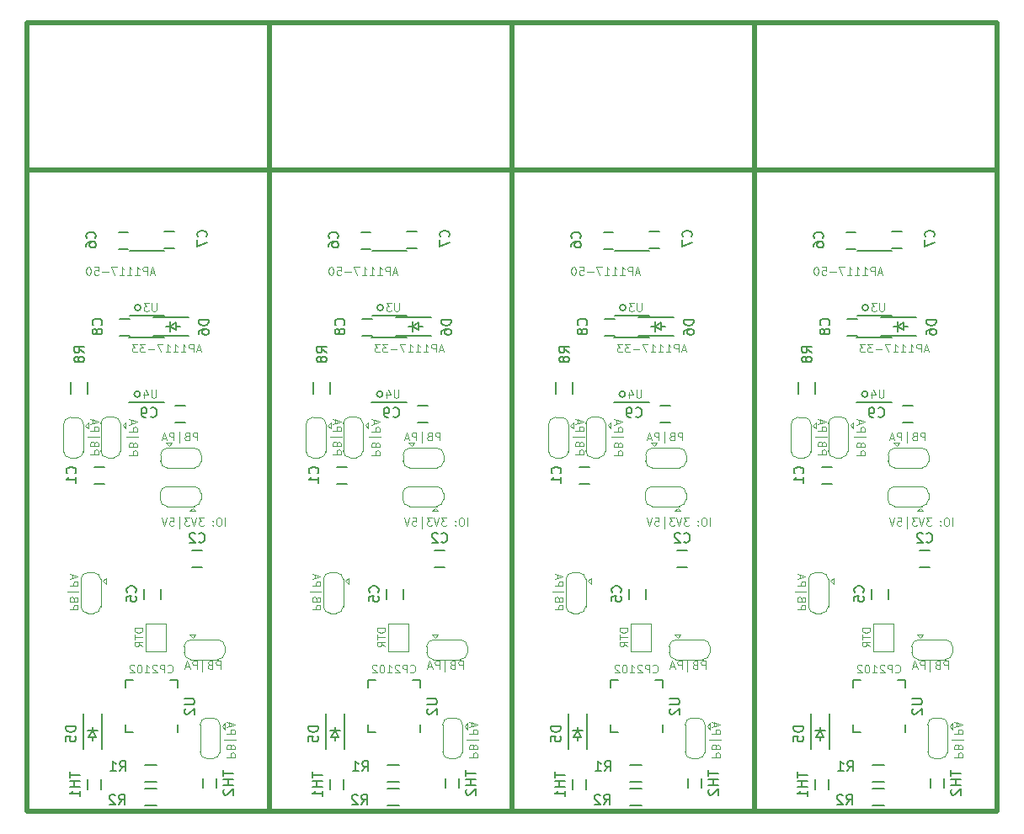
<source format=gbo>
G04 #@! TF.GenerationSoftware,KiCad,Pcbnew,6.0.0-unknown-16cf1a4~86~ubuntu16.04.1*
G04 #@! TF.CreationDate,2019-07-03T13:53:05+02:00*
G04 #@! TF.ProjectId,nano324,6e616e6f-3332-4342-9e6b-696361645f70,rev?*
G04 #@! TF.SameCoordinates,Original*
G04 #@! TF.FileFunction,Legend,Bot*
G04 #@! TF.FilePolarity,Positive*
%FSLAX46Y46*%
G04 Gerber Fmt 4.6, Leading zero omitted, Abs format (unit mm)*
G04 Created by KiCad (PCBNEW 6.0.0-unknown-16cf1a4~86~ubuntu16.04.1) date 2019-07-03 13:53:05*
%MOMM*%
%LPD*%
G04 APERTURE LIST*
%ADD10C,0.500000*%
%ADD11C,0.100000*%
%ADD12C,0.150000*%
%ADD13C,0.120000*%
%ADD14C,0.127000*%
%ADD15C,0.076200*%
G04 APERTURE END LIST*
D10*
X147929600Y-59893200D02*
X147929600Y-45008800D01*
X123545600Y-59893200D02*
X123545600Y-45008800D01*
X99161600Y-59893200D02*
X99161600Y-45008800D01*
X74777600Y-59893200D02*
X74777600Y-45008800D01*
X172313600Y-45008800D02*
X74777600Y-45008800D01*
X172316140Y-59893200D02*
X172313600Y-45008800D01*
D11*
X167850429Y-95650004D02*
X167850429Y-94850004D01*
X167317096Y-94850004D02*
X167164715Y-94850004D01*
X167088524Y-94888100D01*
X167012334Y-94964290D01*
X166974239Y-95116671D01*
X166974239Y-95383338D01*
X167012334Y-95535719D01*
X167088524Y-95611909D01*
X167164715Y-95650004D01*
X167317096Y-95650004D01*
X167393286Y-95611909D01*
X167469477Y-95535719D01*
X167507572Y-95383338D01*
X167507572Y-95116671D01*
X167469477Y-94964290D01*
X167393286Y-94888100D01*
X167317096Y-94850004D01*
X166631381Y-95573814D02*
X166593286Y-95611909D01*
X166631381Y-95650004D01*
X166669477Y-95611909D01*
X166631381Y-95573814D01*
X166631381Y-95650004D01*
X166631381Y-95154766D02*
X166593286Y-95192861D01*
X166631381Y-95230957D01*
X166669477Y-95192861D01*
X166631381Y-95154766D01*
X166631381Y-95230957D01*
X165717096Y-94850004D02*
X165221858Y-94850004D01*
X165488524Y-95154766D01*
X165374239Y-95154766D01*
X165298048Y-95192861D01*
X165259953Y-95230957D01*
X165221858Y-95307147D01*
X165221858Y-95497623D01*
X165259953Y-95573814D01*
X165298048Y-95611909D01*
X165374239Y-95650004D01*
X165602810Y-95650004D01*
X165679000Y-95611909D01*
X165717096Y-95573814D01*
X164993286Y-94850004D02*
X164726620Y-95650004D01*
X164459953Y-94850004D01*
X164269477Y-94850004D02*
X163774239Y-94850004D01*
X164040905Y-95154766D01*
X163926620Y-95154766D01*
X163850429Y-95192861D01*
X163812334Y-95230957D01*
X163774239Y-95307147D01*
X163774239Y-95497623D01*
X163812334Y-95573814D01*
X163850429Y-95611909D01*
X163926620Y-95650004D01*
X164155191Y-95650004D01*
X164231381Y-95611909D01*
X164269477Y-95573814D01*
X163240905Y-95916671D02*
X163240905Y-94773814D01*
X162288524Y-94850004D02*
X162669477Y-94850004D01*
X162707572Y-95230957D01*
X162669477Y-95192861D01*
X162593286Y-95154766D01*
X162402810Y-95154766D01*
X162326620Y-95192861D01*
X162288524Y-95230957D01*
X162250429Y-95307147D01*
X162250429Y-95497623D01*
X162288524Y-95573814D01*
X162326620Y-95611909D01*
X162402810Y-95650004D01*
X162593286Y-95650004D01*
X162669477Y-95611909D01*
X162707572Y-95573814D01*
X162021858Y-94850004D02*
X161755191Y-95650004D01*
X161488524Y-94850004D01*
X154324095Y-88461633D02*
X155124095Y-88461633D01*
X155124095Y-88156871D01*
X155086000Y-88080680D01*
X155047904Y-88042585D01*
X154971714Y-88004490D01*
X154857428Y-88004490D01*
X154781238Y-88042585D01*
X154743142Y-88080680D01*
X154705047Y-88156871D01*
X154705047Y-88461633D01*
X154743142Y-87394966D02*
X154705047Y-87280680D01*
X154666952Y-87242585D01*
X154590761Y-87204490D01*
X154476476Y-87204490D01*
X154400285Y-87242585D01*
X154362190Y-87280680D01*
X154324095Y-87356871D01*
X154324095Y-87661633D01*
X155124095Y-87661633D01*
X155124095Y-87394966D01*
X155086000Y-87318776D01*
X155047904Y-87280680D01*
X154971714Y-87242585D01*
X154895523Y-87242585D01*
X154819333Y-87280680D01*
X154781238Y-87318776D01*
X154743142Y-87394966D01*
X154743142Y-87661633D01*
X154057428Y-86671157D02*
X155200285Y-86671157D01*
X154324095Y-86099728D02*
X155124095Y-86099728D01*
X155124095Y-85794966D01*
X155086000Y-85718776D01*
X155047904Y-85680680D01*
X154971714Y-85642585D01*
X154857428Y-85642585D01*
X154781238Y-85680680D01*
X154743142Y-85718776D01*
X154705047Y-85794966D01*
X154705047Y-86099728D01*
X154552666Y-85337823D02*
X154552666Y-84956871D01*
X154324095Y-85414014D02*
X155124095Y-85147347D01*
X154324095Y-84880680D01*
D10*
X147929600Y-59893200D02*
X172313600Y-59893200D01*
D11*
X158200135Y-88520053D02*
X159000135Y-88520053D01*
X159000135Y-88215291D01*
X158962040Y-88139100D01*
X158923944Y-88101005D01*
X158847754Y-88062910D01*
X158733468Y-88062910D01*
X158657278Y-88101005D01*
X158619182Y-88139100D01*
X158581087Y-88215291D01*
X158581087Y-88520053D01*
X158619182Y-87453386D02*
X158581087Y-87339100D01*
X158542992Y-87301005D01*
X158466801Y-87262910D01*
X158352516Y-87262910D01*
X158276325Y-87301005D01*
X158238230Y-87339100D01*
X158200135Y-87415291D01*
X158200135Y-87720053D01*
X159000135Y-87720053D01*
X159000135Y-87453386D01*
X158962040Y-87377196D01*
X158923944Y-87339100D01*
X158847754Y-87301005D01*
X158771563Y-87301005D01*
X158695373Y-87339100D01*
X158657278Y-87377196D01*
X158619182Y-87453386D01*
X158619182Y-87720053D01*
X157933468Y-86729577D02*
X159076325Y-86729577D01*
X158200135Y-86158148D02*
X159000135Y-86158148D01*
X159000135Y-85853386D01*
X158962040Y-85777196D01*
X158923944Y-85739100D01*
X158847754Y-85701005D01*
X158733468Y-85701005D01*
X158657278Y-85739100D01*
X158619182Y-85777196D01*
X158581087Y-85853386D01*
X158581087Y-86158148D01*
X158428706Y-85396243D02*
X158428706Y-85015291D01*
X158200135Y-85472434D02*
X159000135Y-85205767D01*
X158200135Y-84939100D01*
X162094970Y-110361694D02*
X162133065Y-110399789D01*
X162247351Y-110437884D01*
X162323541Y-110437884D01*
X162437827Y-110399789D01*
X162514018Y-110323599D01*
X162552113Y-110247408D01*
X162590208Y-110095027D01*
X162590208Y-109980741D01*
X162552113Y-109828360D01*
X162514018Y-109752170D01*
X162437827Y-109675980D01*
X162323541Y-109637884D01*
X162247351Y-109637884D01*
X162133065Y-109675980D01*
X162094970Y-109714075D01*
X161752113Y-110437884D02*
X161752113Y-109637884D01*
X161447351Y-109637884D01*
X161371160Y-109675980D01*
X161333065Y-109714075D01*
X161294970Y-109790265D01*
X161294970Y-109904551D01*
X161333065Y-109980741D01*
X161371160Y-110018837D01*
X161447351Y-110056932D01*
X161752113Y-110056932D01*
X160990208Y-109714075D02*
X160952113Y-109675980D01*
X160875922Y-109637884D01*
X160685446Y-109637884D01*
X160609256Y-109675980D01*
X160571160Y-109714075D01*
X160533065Y-109790265D01*
X160533065Y-109866456D01*
X160571160Y-109980741D01*
X161028303Y-110437884D01*
X160533065Y-110437884D01*
X159771160Y-110437884D02*
X160228303Y-110437884D01*
X159999732Y-110437884D02*
X159999732Y-109637884D01*
X160075922Y-109752170D01*
X160152113Y-109828360D01*
X160228303Y-109866456D01*
X159275922Y-109637884D02*
X159199732Y-109637884D01*
X159123541Y-109675980D01*
X159085446Y-109714075D01*
X159047351Y-109790265D01*
X159009256Y-109942646D01*
X159009256Y-110133122D01*
X159047351Y-110285503D01*
X159085446Y-110361694D01*
X159123541Y-110399789D01*
X159199732Y-110437884D01*
X159275922Y-110437884D01*
X159352113Y-110399789D01*
X159390208Y-110361694D01*
X159428303Y-110285503D01*
X159466399Y-110133122D01*
X159466399Y-109942646D01*
X159428303Y-109790265D01*
X159390208Y-109714075D01*
X159352113Y-109675980D01*
X159275922Y-109637884D01*
X158704494Y-109714075D02*
X158666399Y-109675980D01*
X158590208Y-109637884D01*
X158399732Y-109637884D01*
X158323541Y-109675980D01*
X158285446Y-109714075D01*
X158247351Y-109790265D01*
X158247351Y-109866456D01*
X158285446Y-109980741D01*
X158742589Y-110437884D01*
X158247351Y-110437884D01*
X159556404Y-105943514D02*
X158756404Y-105943514D01*
X158756404Y-106133990D01*
X158794500Y-106248276D01*
X158870690Y-106324466D01*
X158946880Y-106362561D01*
X159099261Y-106400657D01*
X159213547Y-106400657D01*
X159365928Y-106362561D01*
X159442119Y-106324466D01*
X159518309Y-106248276D01*
X159556404Y-106133990D01*
X159556404Y-105943514D01*
X158756404Y-106629228D02*
X158756404Y-107086371D01*
X159556404Y-106857800D02*
X158756404Y-106857800D01*
X159556404Y-107810180D02*
X159175452Y-107543514D01*
X159556404Y-107353038D02*
X158756404Y-107353038D01*
X158756404Y-107657800D01*
X158794500Y-107733990D01*
X158832595Y-107772085D01*
X158908785Y-107810180D01*
X159023071Y-107810180D01*
X159099261Y-107772085D01*
X159137357Y-107733990D01*
X159175452Y-107657800D01*
X159175452Y-107353038D01*
X167379433Y-110034024D02*
X167379433Y-109234024D01*
X167074671Y-109234024D01*
X166998480Y-109272120D01*
X166960385Y-109310215D01*
X166922290Y-109386405D01*
X166922290Y-109500691D01*
X166960385Y-109576881D01*
X166998480Y-109614977D01*
X167074671Y-109653072D01*
X167379433Y-109653072D01*
X166312766Y-109614977D02*
X166198480Y-109653072D01*
X166160385Y-109691167D01*
X166122290Y-109767358D01*
X166122290Y-109881643D01*
X166160385Y-109957834D01*
X166198480Y-109995929D01*
X166274671Y-110034024D01*
X166579433Y-110034024D01*
X166579433Y-109234024D01*
X166312766Y-109234024D01*
X166236576Y-109272120D01*
X166198480Y-109310215D01*
X166160385Y-109386405D01*
X166160385Y-109462596D01*
X166198480Y-109538786D01*
X166236576Y-109576881D01*
X166312766Y-109614977D01*
X166579433Y-109614977D01*
X165588957Y-110300691D02*
X165588957Y-109157834D01*
X165017528Y-110034024D02*
X165017528Y-109234024D01*
X164712766Y-109234024D01*
X164636576Y-109272120D01*
X164598480Y-109310215D01*
X164560385Y-109386405D01*
X164560385Y-109500691D01*
X164598480Y-109576881D01*
X164636576Y-109614977D01*
X164712766Y-109653072D01*
X165017528Y-109653072D01*
X164255623Y-109805453D02*
X163874671Y-109805453D01*
X164331814Y-110034024D02*
X164065147Y-109234024D01*
X163798480Y-110034024D01*
X152253995Y-104067393D02*
X153053995Y-104067393D01*
X153053995Y-103762631D01*
X153015900Y-103686440D01*
X152977804Y-103648345D01*
X152901614Y-103610250D01*
X152787328Y-103610250D01*
X152711138Y-103648345D01*
X152673042Y-103686440D01*
X152634947Y-103762631D01*
X152634947Y-104067393D01*
X152673042Y-103000726D02*
X152634947Y-102886440D01*
X152596852Y-102848345D01*
X152520661Y-102810250D01*
X152406376Y-102810250D01*
X152330185Y-102848345D01*
X152292090Y-102886440D01*
X152253995Y-102962631D01*
X152253995Y-103267393D01*
X153053995Y-103267393D01*
X153053995Y-103000726D01*
X153015900Y-102924536D01*
X152977804Y-102886440D01*
X152901614Y-102848345D01*
X152825423Y-102848345D01*
X152749233Y-102886440D01*
X152711138Y-102924536D01*
X152673042Y-103000726D01*
X152673042Y-103267393D01*
X151987328Y-102276917D02*
X153130185Y-102276917D01*
X152253995Y-101705488D02*
X153053995Y-101705488D01*
X153053995Y-101400726D01*
X153015900Y-101324536D01*
X152977804Y-101286440D01*
X152901614Y-101248345D01*
X152787328Y-101248345D01*
X152711138Y-101286440D01*
X152673042Y-101324536D01*
X152634947Y-101400726D01*
X152634947Y-101705488D01*
X152482566Y-100943583D02*
X152482566Y-100562631D01*
X152253995Y-101019774D02*
X153053995Y-100753107D01*
X152253995Y-100486440D01*
D10*
X147929600Y-124409200D02*
X147929600Y-59893200D01*
X172316140Y-59893200D02*
X172313600Y-124409200D01*
D11*
X165065493Y-87052104D02*
X165065493Y-86252104D01*
X164760731Y-86252104D01*
X164684540Y-86290200D01*
X164646445Y-86328295D01*
X164608350Y-86404485D01*
X164608350Y-86518771D01*
X164646445Y-86594961D01*
X164684540Y-86633057D01*
X164760731Y-86671152D01*
X165065493Y-86671152D01*
X163998826Y-86633057D02*
X163884540Y-86671152D01*
X163846445Y-86709247D01*
X163808350Y-86785438D01*
X163808350Y-86899723D01*
X163846445Y-86975914D01*
X163884540Y-87014009D01*
X163960731Y-87052104D01*
X164265493Y-87052104D01*
X164265493Y-86252104D01*
X163998826Y-86252104D01*
X163922636Y-86290200D01*
X163884540Y-86328295D01*
X163846445Y-86404485D01*
X163846445Y-86480676D01*
X163884540Y-86556866D01*
X163922636Y-86594961D01*
X163998826Y-86633057D01*
X164265493Y-86633057D01*
X163275017Y-87318771D02*
X163275017Y-86175914D01*
X162703588Y-87052104D02*
X162703588Y-86252104D01*
X162398826Y-86252104D01*
X162322636Y-86290200D01*
X162284540Y-86328295D01*
X162246445Y-86404485D01*
X162246445Y-86518771D01*
X162284540Y-86594961D01*
X162322636Y-86633057D01*
X162398826Y-86671152D01*
X162703588Y-86671152D01*
X161941683Y-86823533D02*
X161560731Y-86823533D01*
X162017874Y-87052104D02*
X161751207Y-86252104D01*
X161484540Y-87052104D01*
D10*
X172313600Y-124409200D02*
X147929600Y-124409200D01*
D11*
X168042635Y-118941633D02*
X168842635Y-118941633D01*
X168842635Y-118636871D01*
X168804540Y-118560680D01*
X168766444Y-118522585D01*
X168690254Y-118484490D01*
X168575968Y-118484490D01*
X168499778Y-118522585D01*
X168461682Y-118560680D01*
X168423587Y-118636871D01*
X168423587Y-118941633D01*
X168461682Y-117874966D02*
X168423587Y-117760680D01*
X168385492Y-117722585D01*
X168309301Y-117684490D01*
X168195016Y-117684490D01*
X168118825Y-117722585D01*
X168080730Y-117760680D01*
X168042635Y-117836871D01*
X168042635Y-118141633D01*
X168842635Y-118141633D01*
X168842635Y-117874966D01*
X168804540Y-117798776D01*
X168766444Y-117760680D01*
X168690254Y-117722585D01*
X168614063Y-117722585D01*
X168537873Y-117760680D01*
X168499778Y-117798776D01*
X168461682Y-117874966D01*
X168461682Y-118141633D01*
X167775968Y-117151157D02*
X168918825Y-117151157D01*
X168042635Y-116579728D02*
X168842635Y-116579728D01*
X168842635Y-116274966D01*
X168804540Y-116198776D01*
X168766444Y-116160680D01*
X168690254Y-116122585D01*
X168575968Y-116122585D01*
X168499778Y-116160680D01*
X168461682Y-116198776D01*
X168423587Y-116274966D01*
X168423587Y-116579728D01*
X168271206Y-115817823D02*
X168271206Y-115436871D01*
X168042635Y-115894014D02*
X168842635Y-115627347D01*
X168042635Y-115360680D01*
X143466429Y-95650004D02*
X143466429Y-94850004D01*
X142933096Y-94850004D02*
X142780715Y-94850004D01*
X142704524Y-94888100D01*
X142628334Y-94964290D01*
X142590239Y-95116671D01*
X142590239Y-95383338D01*
X142628334Y-95535719D01*
X142704524Y-95611909D01*
X142780715Y-95650004D01*
X142933096Y-95650004D01*
X143009286Y-95611909D01*
X143085477Y-95535719D01*
X143123572Y-95383338D01*
X143123572Y-95116671D01*
X143085477Y-94964290D01*
X143009286Y-94888100D01*
X142933096Y-94850004D01*
X142247381Y-95573814D02*
X142209286Y-95611909D01*
X142247381Y-95650004D01*
X142285477Y-95611909D01*
X142247381Y-95573814D01*
X142247381Y-95650004D01*
X142247381Y-95154766D02*
X142209286Y-95192861D01*
X142247381Y-95230957D01*
X142285477Y-95192861D01*
X142247381Y-95154766D01*
X142247381Y-95230957D01*
X141333096Y-94850004D02*
X140837858Y-94850004D01*
X141104524Y-95154766D01*
X140990239Y-95154766D01*
X140914048Y-95192861D01*
X140875953Y-95230957D01*
X140837858Y-95307147D01*
X140837858Y-95497623D01*
X140875953Y-95573814D01*
X140914048Y-95611909D01*
X140990239Y-95650004D01*
X141218810Y-95650004D01*
X141295000Y-95611909D01*
X141333096Y-95573814D01*
X140609286Y-94850004D02*
X140342620Y-95650004D01*
X140075953Y-94850004D01*
X139885477Y-94850004D02*
X139390239Y-94850004D01*
X139656905Y-95154766D01*
X139542620Y-95154766D01*
X139466429Y-95192861D01*
X139428334Y-95230957D01*
X139390239Y-95307147D01*
X139390239Y-95497623D01*
X139428334Y-95573814D01*
X139466429Y-95611909D01*
X139542620Y-95650004D01*
X139771191Y-95650004D01*
X139847381Y-95611909D01*
X139885477Y-95573814D01*
X138856905Y-95916671D02*
X138856905Y-94773814D01*
X137904524Y-94850004D02*
X138285477Y-94850004D01*
X138323572Y-95230957D01*
X138285477Y-95192861D01*
X138209286Y-95154766D01*
X138018810Y-95154766D01*
X137942620Y-95192861D01*
X137904524Y-95230957D01*
X137866429Y-95307147D01*
X137866429Y-95497623D01*
X137904524Y-95573814D01*
X137942620Y-95611909D01*
X138018810Y-95650004D01*
X138209286Y-95650004D01*
X138285477Y-95611909D01*
X138323572Y-95573814D01*
X137637858Y-94850004D02*
X137371191Y-95650004D01*
X137104524Y-94850004D01*
X129940095Y-88461633D02*
X130740095Y-88461633D01*
X130740095Y-88156871D01*
X130702000Y-88080680D01*
X130663904Y-88042585D01*
X130587714Y-88004490D01*
X130473428Y-88004490D01*
X130397238Y-88042585D01*
X130359142Y-88080680D01*
X130321047Y-88156871D01*
X130321047Y-88461633D01*
X130359142Y-87394966D02*
X130321047Y-87280680D01*
X130282952Y-87242585D01*
X130206761Y-87204490D01*
X130092476Y-87204490D01*
X130016285Y-87242585D01*
X129978190Y-87280680D01*
X129940095Y-87356871D01*
X129940095Y-87661633D01*
X130740095Y-87661633D01*
X130740095Y-87394966D01*
X130702000Y-87318776D01*
X130663904Y-87280680D01*
X130587714Y-87242585D01*
X130511523Y-87242585D01*
X130435333Y-87280680D01*
X130397238Y-87318776D01*
X130359142Y-87394966D01*
X130359142Y-87661633D01*
X129673428Y-86671157D02*
X130816285Y-86671157D01*
X129940095Y-86099728D02*
X130740095Y-86099728D01*
X130740095Y-85794966D01*
X130702000Y-85718776D01*
X130663904Y-85680680D01*
X130587714Y-85642585D01*
X130473428Y-85642585D01*
X130397238Y-85680680D01*
X130359142Y-85718776D01*
X130321047Y-85794966D01*
X130321047Y-86099728D01*
X130168666Y-85337823D02*
X130168666Y-84956871D01*
X129940095Y-85414014D02*
X130740095Y-85147347D01*
X129940095Y-84880680D01*
D10*
X123545600Y-59893200D02*
X147929600Y-59893200D01*
D11*
X133816135Y-88520053D02*
X134616135Y-88520053D01*
X134616135Y-88215291D01*
X134578040Y-88139100D01*
X134539944Y-88101005D01*
X134463754Y-88062910D01*
X134349468Y-88062910D01*
X134273278Y-88101005D01*
X134235182Y-88139100D01*
X134197087Y-88215291D01*
X134197087Y-88520053D01*
X134235182Y-87453386D02*
X134197087Y-87339100D01*
X134158992Y-87301005D01*
X134082801Y-87262910D01*
X133968516Y-87262910D01*
X133892325Y-87301005D01*
X133854230Y-87339100D01*
X133816135Y-87415291D01*
X133816135Y-87720053D01*
X134616135Y-87720053D01*
X134616135Y-87453386D01*
X134578040Y-87377196D01*
X134539944Y-87339100D01*
X134463754Y-87301005D01*
X134387563Y-87301005D01*
X134311373Y-87339100D01*
X134273278Y-87377196D01*
X134235182Y-87453386D01*
X134235182Y-87720053D01*
X133549468Y-86729577D02*
X134692325Y-86729577D01*
X133816135Y-86158148D02*
X134616135Y-86158148D01*
X134616135Y-85853386D01*
X134578040Y-85777196D01*
X134539944Y-85739100D01*
X134463754Y-85701005D01*
X134349468Y-85701005D01*
X134273278Y-85739100D01*
X134235182Y-85777196D01*
X134197087Y-85853386D01*
X134197087Y-86158148D01*
X134044706Y-85396243D02*
X134044706Y-85015291D01*
X133816135Y-85472434D02*
X134616135Y-85205767D01*
X133816135Y-84939100D01*
X137710970Y-110361694D02*
X137749065Y-110399789D01*
X137863351Y-110437884D01*
X137939541Y-110437884D01*
X138053827Y-110399789D01*
X138130018Y-110323599D01*
X138168113Y-110247408D01*
X138206208Y-110095027D01*
X138206208Y-109980741D01*
X138168113Y-109828360D01*
X138130018Y-109752170D01*
X138053827Y-109675980D01*
X137939541Y-109637884D01*
X137863351Y-109637884D01*
X137749065Y-109675980D01*
X137710970Y-109714075D01*
X137368113Y-110437884D02*
X137368113Y-109637884D01*
X137063351Y-109637884D01*
X136987160Y-109675980D01*
X136949065Y-109714075D01*
X136910970Y-109790265D01*
X136910970Y-109904551D01*
X136949065Y-109980741D01*
X136987160Y-110018837D01*
X137063351Y-110056932D01*
X137368113Y-110056932D01*
X136606208Y-109714075D02*
X136568113Y-109675980D01*
X136491922Y-109637884D01*
X136301446Y-109637884D01*
X136225256Y-109675980D01*
X136187160Y-109714075D01*
X136149065Y-109790265D01*
X136149065Y-109866456D01*
X136187160Y-109980741D01*
X136644303Y-110437884D01*
X136149065Y-110437884D01*
X135387160Y-110437884D02*
X135844303Y-110437884D01*
X135615732Y-110437884D02*
X135615732Y-109637884D01*
X135691922Y-109752170D01*
X135768113Y-109828360D01*
X135844303Y-109866456D01*
X134891922Y-109637884D02*
X134815732Y-109637884D01*
X134739541Y-109675980D01*
X134701446Y-109714075D01*
X134663351Y-109790265D01*
X134625256Y-109942646D01*
X134625256Y-110133122D01*
X134663351Y-110285503D01*
X134701446Y-110361694D01*
X134739541Y-110399789D01*
X134815732Y-110437884D01*
X134891922Y-110437884D01*
X134968113Y-110399789D01*
X135006208Y-110361694D01*
X135044303Y-110285503D01*
X135082399Y-110133122D01*
X135082399Y-109942646D01*
X135044303Y-109790265D01*
X135006208Y-109714075D01*
X134968113Y-109675980D01*
X134891922Y-109637884D01*
X134320494Y-109714075D02*
X134282399Y-109675980D01*
X134206208Y-109637884D01*
X134015732Y-109637884D01*
X133939541Y-109675980D01*
X133901446Y-109714075D01*
X133863351Y-109790265D01*
X133863351Y-109866456D01*
X133901446Y-109980741D01*
X134358589Y-110437884D01*
X133863351Y-110437884D01*
X135172404Y-105943514D02*
X134372404Y-105943514D01*
X134372404Y-106133990D01*
X134410500Y-106248276D01*
X134486690Y-106324466D01*
X134562880Y-106362561D01*
X134715261Y-106400657D01*
X134829547Y-106400657D01*
X134981928Y-106362561D01*
X135058119Y-106324466D01*
X135134309Y-106248276D01*
X135172404Y-106133990D01*
X135172404Y-105943514D01*
X134372404Y-106629228D02*
X134372404Y-107086371D01*
X135172404Y-106857800D02*
X134372404Y-106857800D01*
X135172404Y-107810180D02*
X134791452Y-107543514D01*
X135172404Y-107353038D02*
X134372404Y-107353038D01*
X134372404Y-107657800D01*
X134410500Y-107733990D01*
X134448595Y-107772085D01*
X134524785Y-107810180D01*
X134639071Y-107810180D01*
X134715261Y-107772085D01*
X134753357Y-107733990D01*
X134791452Y-107657800D01*
X134791452Y-107353038D01*
X142995433Y-110034024D02*
X142995433Y-109234024D01*
X142690671Y-109234024D01*
X142614480Y-109272120D01*
X142576385Y-109310215D01*
X142538290Y-109386405D01*
X142538290Y-109500691D01*
X142576385Y-109576881D01*
X142614480Y-109614977D01*
X142690671Y-109653072D01*
X142995433Y-109653072D01*
X141928766Y-109614977D02*
X141814480Y-109653072D01*
X141776385Y-109691167D01*
X141738290Y-109767358D01*
X141738290Y-109881643D01*
X141776385Y-109957834D01*
X141814480Y-109995929D01*
X141890671Y-110034024D01*
X142195433Y-110034024D01*
X142195433Y-109234024D01*
X141928766Y-109234024D01*
X141852576Y-109272120D01*
X141814480Y-109310215D01*
X141776385Y-109386405D01*
X141776385Y-109462596D01*
X141814480Y-109538786D01*
X141852576Y-109576881D01*
X141928766Y-109614977D01*
X142195433Y-109614977D01*
X141204957Y-110300691D02*
X141204957Y-109157834D01*
X140633528Y-110034024D02*
X140633528Y-109234024D01*
X140328766Y-109234024D01*
X140252576Y-109272120D01*
X140214480Y-109310215D01*
X140176385Y-109386405D01*
X140176385Y-109500691D01*
X140214480Y-109576881D01*
X140252576Y-109614977D01*
X140328766Y-109653072D01*
X140633528Y-109653072D01*
X139871623Y-109805453D02*
X139490671Y-109805453D01*
X139947814Y-110034024D02*
X139681147Y-109234024D01*
X139414480Y-110034024D01*
X127869995Y-104067393D02*
X128669995Y-104067393D01*
X128669995Y-103762631D01*
X128631900Y-103686440D01*
X128593804Y-103648345D01*
X128517614Y-103610250D01*
X128403328Y-103610250D01*
X128327138Y-103648345D01*
X128289042Y-103686440D01*
X128250947Y-103762631D01*
X128250947Y-104067393D01*
X128289042Y-103000726D02*
X128250947Y-102886440D01*
X128212852Y-102848345D01*
X128136661Y-102810250D01*
X128022376Y-102810250D01*
X127946185Y-102848345D01*
X127908090Y-102886440D01*
X127869995Y-102962631D01*
X127869995Y-103267393D01*
X128669995Y-103267393D01*
X128669995Y-103000726D01*
X128631900Y-102924536D01*
X128593804Y-102886440D01*
X128517614Y-102848345D01*
X128441423Y-102848345D01*
X128365233Y-102886440D01*
X128327138Y-102924536D01*
X128289042Y-103000726D01*
X128289042Y-103267393D01*
X127603328Y-102276917D02*
X128746185Y-102276917D01*
X127869995Y-101705488D02*
X128669995Y-101705488D01*
X128669995Y-101400726D01*
X128631900Y-101324536D01*
X128593804Y-101286440D01*
X128517614Y-101248345D01*
X128403328Y-101248345D01*
X128327138Y-101286440D01*
X128289042Y-101324536D01*
X128250947Y-101400726D01*
X128250947Y-101705488D01*
X128098566Y-100943583D02*
X128098566Y-100562631D01*
X127869995Y-101019774D02*
X128669995Y-100753107D01*
X127869995Y-100486440D01*
D10*
X123545600Y-124409200D02*
X123545600Y-59893200D01*
X147932140Y-59893200D02*
X147929600Y-124409200D01*
D11*
X140681493Y-87052104D02*
X140681493Y-86252104D01*
X140376731Y-86252104D01*
X140300540Y-86290200D01*
X140262445Y-86328295D01*
X140224350Y-86404485D01*
X140224350Y-86518771D01*
X140262445Y-86594961D01*
X140300540Y-86633057D01*
X140376731Y-86671152D01*
X140681493Y-86671152D01*
X139614826Y-86633057D02*
X139500540Y-86671152D01*
X139462445Y-86709247D01*
X139424350Y-86785438D01*
X139424350Y-86899723D01*
X139462445Y-86975914D01*
X139500540Y-87014009D01*
X139576731Y-87052104D01*
X139881493Y-87052104D01*
X139881493Y-86252104D01*
X139614826Y-86252104D01*
X139538636Y-86290200D01*
X139500540Y-86328295D01*
X139462445Y-86404485D01*
X139462445Y-86480676D01*
X139500540Y-86556866D01*
X139538636Y-86594961D01*
X139614826Y-86633057D01*
X139881493Y-86633057D01*
X138891017Y-87318771D02*
X138891017Y-86175914D01*
X138319588Y-87052104D02*
X138319588Y-86252104D01*
X138014826Y-86252104D01*
X137938636Y-86290200D01*
X137900540Y-86328295D01*
X137862445Y-86404485D01*
X137862445Y-86518771D01*
X137900540Y-86594961D01*
X137938636Y-86633057D01*
X138014826Y-86671152D01*
X138319588Y-86671152D01*
X137557683Y-86823533D02*
X137176731Y-86823533D01*
X137633874Y-87052104D02*
X137367207Y-86252104D01*
X137100540Y-87052104D01*
D10*
X147929600Y-124409200D02*
X123545600Y-124409200D01*
D11*
X143658635Y-118941633D02*
X144458635Y-118941633D01*
X144458635Y-118636871D01*
X144420540Y-118560680D01*
X144382444Y-118522585D01*
X144306254Y-118484490D01*
X144191968Y-118484490D01*
X144115778Y-118522585D01*
X144077682Y-118560680D01*
X144039587Y-118636871D01*
X144039587Y-118941633D01*
X144077682Y-117874966D02*
X144039587Y-117760680D01*
X144001492Y-117722585D01*
X143925301Y-117684490D01*
X143811016Y-117684490D01*
X143734825Y-117722585D01*
X143696730Y-117760680D01*
X143658635Y-117836871D01*
X143658635Y-118141633D01*
X144458635Y-118141633D01*
X144458635Y-117874966D01*
X144420540Y-117798776D01*
X144382444Y-117760680D01*
X144306254Y-117722585D01*
X144230063Y-117722585D01*
X144153873Y-117760680D01*
X144115778Y-117798776D01*
X144077682Y-117874966D01*
X144077682Y-118141633D01*
X143391968Y-117151157D02*
X144534825Y-117151157D01*
X143658635Y-116579728D02*
X144458635Y-116579728D01*
X144458635Y-116274966D01*
X144420540Y-116198776D01*
X144382444Y-116160680D01*
X144306254Y-116122585D01*
X144191968Y-116122585D01*
X144115778Y-116160680D01*
X144077682Y-116198776D01*
X144039587Y-116274966D01*
X144039587Y-116579728D01*
X143887206Y-115817823D02*
X143887206Y-115436871D01*
X143658635Y-115894014D02*
X144458635Y-115627347D01*
X143658635Y-115360680D01*
X119082429Y-95650004D02*
X119082429Y-94850004D01*
X118549096Y-94850004D02*
X118396715Y-94850004D01*
X118320524Y-94888100D01*
X118244334Y-94964290D01*
X118206239Y-95116671D01*
X118206239Y-95383338D01*
X118244334Y-95535719D01*
X118320524Y-95611909D01*
X118396715Y-95650004D01*
X118549096Y-95650004D01*
X118625286Y-95611909D01*
X118701477Y-95535719D01*
X118739572Y-95383338D01*
X118739572Y-95116671D01*
X118701477Y-94964290D01*
X118625286Y-94888100D01*
X118549096Y-94850004D01*
X117863381Y-95573814D02*
X117825286Y-95611909D01*
X117863381Y-95650004D01*
X117901477Y-95611909D01*
X117863381Y-95573814D01*
X117863381Y-95650004D01*
X117863381Y-95154766D02*
X117825286Y-95192861D01*
X117863381Y-95230957D01*
X117901477Y-95192861D01*
X117863381Y-95154766D01*
X117863381Y-95230957D01*
X116949096Y-94850004D02*
X116453858Y-94850004D01*
X116720524Y-95154766D01*
X116606239Y-95154766D01*
X116530048Y-95192861D01*
X116491953Y-95230957D01*
X116453858Y-95307147D01*
X116453858Y-95497623D01*
X116491953Y-95573814D01*
X116530048Y-95611909D01*
X116606239Y-95650004D01*
X116834810Y-95650004D01*
X116911000Y-95611909D01*
X116949096Y-95573814D01*
X116225286Y-94850004D02*
X115958620Y-95650004D01*
X115691953Y-94850004D01*
X115501477Y-94850004D02*
X115006239Y-94850004D01*
X115272905Y-95154766D01*
X115158620Y-95154766D01*
X115082429Y-95192861D01*
X115044334Y-95230957D01*
X115006239Y-95307147D01*
X115006239Y-95497623D01*
X115044334Y-95573814D01*
X115082429Y-95611909D01*
X115158620Y-95650004D01*
X115387191Y-95650004D01*
X115463381Y-95611909D01*
X115501477Y-95573814D01*
X114472905Y-95916671D02*
X114472905Y-94773814D01*
X113520524Y-94850004D02*
X113901477Y-94850004D01*
X113939572Y-95230957D01*
X113901477Y-95192861D01*
X113825286Y-95154766D01*
X113634810Y-95154766D01*
X113558620Y-95192861D01*
X113520524Y-95230957D01*
X113482429Y-95307147D01*
X113482429Y-95497623D01*
X113520524Y-95573814D01*
X113558620Y-95611909D01*
X113634810Y-95650004D01*
X113825286Y-95650004D01*
X113901477Y-95611909D01*
X113939572Y-95573814D01*
X113253858Y-94850004D02*
X112987191Y-95650004D01*
X112720524Y-94850004D01*
X105556095Y-88461633D02*
X106356095Y-88461633D01*
X106356095Y-88156871D01*
X106318000Y-88080680D01*
X106279904Y-88042585D01*
X106203714Y-88004490D01*
X106089428Y-88004490D01*
X106013238Y-88042585D01*
X105975142Y-88080680D01*
X105937047Y-88156871D01*
X105937047Y-88461633D01*
X105975142Y-87394966D02*
X105937047Y-87280680D01*
X105898952Y-87242585D01*
X105822761Y-87204490D01*
X105708476Y-87204490D01*
X105632285Y-87242585D01*
X105594190Y-87280680D01*
X105556095Y-87356871D01*
X105556095Y-87661633D01*
X106356095Y-87661633D01*
X106356095Y-87394966D01*
X106318000Y-87318776D01*
X106279904Y-87280680D01*
X106203714Y-87242585D01*
X106127523Y-87242585D01*
X106051333Y-87280680D01*
X106013238Y-87318776D01*
X105975142Y-87394966D01*
X105975142Y-87661633D01*
X105289428Y-86671157D02*
X106432285Y-86671157D01*
X105556095Y-86099728D02*
X106356095Y-86099728D01*
X106356095Y-85794966D01*
X106318000Y-85718776D01*
X106279904Y-85680680D01*
X106203714Y-85642585D01*
X106089428Y-85642585D01*
X106013238Y-85680680D01*
X105975142Y-85718776D01*
X105937047Y-85794966D01*
X105937047Y-86099728D01*
X105784666Y-85337823D02*
X105784666Y-84956871D01*
X105556095Y-85414014D02*
X106356095Y-85147347D01*
X105556095Y-84880680D01*
D10*
X99161600Y-59893200D02*
X123545600Y-59893200D01*
D11*
X109432135Y-88520053D02*
X110232135Y-88520053D01*
X110232135Y-88215291D01*
X110194040Y-88139100D01*
X110155944Y-88101005D01*
X110079754Y-88062910D01*
X109965468Y-88062910D01*
X109889278Y-88101005D01*
X109851182Y-88139100D01*
X109813087Y-88215291D01*
X109813087Y-88520053D01*
X109851182Y-87453386D02*
X109813087Y-87339100D01*
X109774992Y-87301005D01*
X109698801Y-87262910D01*
X109584516Y-87262910D01*
X109508325Y-87301005D01*
X109470230Y-87339100D01*
X109432135Y-87415291D01*
X109432135Y-87720053D01*
X110232135Y-87720053D01*
X110232135Y-87453386D01*
X110194040Y-87377196D01*
X110155944Y-87339100D01*
X110079754Y-87301005D01*
X110003563Y-87301005D01*
X109927373Y-87339100D01*
X109889278Y-87377196D01*
X109851182Y-87453386D01*
X109851182Y-87720053D01*
X109165468Y-86729577D02*
X110308325Y-86729577D01*
X109432135Y-86158148D02*
X110232135Y-86158148D01*
X110232135Y-85853386D01*
X110194040Y-85777196D01*
X110155944Y-85739100D01*
X110079754Y-85701005D01*
X109965468Y-85701005D01*
X109889278Y-85739100D01*
X109851182Y-85777196D01*
X109813087Y-85853386D01*
X109813087Y-86158148D01*
X109660706Y-85396243D02*
X109660706Y-85015291D01*
X109432135Y-85472434D02*
X110232135Y-85205767D01*
X109432135Y-84939100D01*
X113326970Y-110361694D02*
X113365065Y-110399789D01*
X113479351Y-110437884D01*
X113555541Y-110437884D01*
X113669827Y-110399789D01*
X113746018Y-110323599D01*
X113784113Y-110247408D01*
X113822208Y-110095027D01*
X113822208Y-109980741D01*
X113784113Y-109828360D01*
X113746018Y-109752170D01*
X113669827Y-109675980D01*
X113555541Y-109637884D01*
X113479351Y-109637884D01*
X113365065Y-109675980D01*
X113326970Y-109714075D01*
X112984113Y-110437884D02*
X112984113Y-109637884D01*
X112679351Y-109637884D01*
X112603160Y-109675980D01*
X112565065Y-109714075D01*
X112526970Y-109790265D01*
X112526970Y-109904551D01*
X112565065Y-109980741D01*
X112603160Y-110018837D01*
X112679351Y-110056932D01*
X112984113Y-110056932D01*
X112222208Y-109714075D02*
X112184113Y-109675980D01*
X112107922Y-109637884D01*
X111917446Y-109637884D01*
X111841256Y-109675980D01*
X111803160Y-109714075D01*
X111765065Y-109790265D01*
X111765065Y-109866456D01*
X111803160Y-109980741D01*
X112260303Y-110437884D01*
X111765065Y-110437884D01*
X111003160Y-110437884D02*
X111460303Y-110437884D01*
X111231732Y-110437884D02*
X111231732Y-109637884D01*
X111307922Y-109752170D01*
X111384113Y-109828360D01*
X111460303Y-109866456D01*
X110507922Y-109637884D02*
X110431732Y-109637884D01*
X110355541Y-109675980D01*
X110317446Y-109714075D01*
X110279351Y-109790265D01*
X110241256Y-109942646D01*
X110241256Y-110133122D01*
X110279351Y-110285503D01*
X110317446Y-110361694D01*
X110355541Y-110399789D01*
X110431732Y-110437884D01*
X110507922Y-110437884D01*
X110584113Y-110399789D01*
X110622208Y-110361694D01*
X110660303Y-110285503D01*
X110698399Y-110133122D01*
X110698399Y-109942646D01*
X110660303Y-109790265D01*
X110622208Y-109714075D01*
X110584113Y-109675980D01*
X110507922Y-109637884D01*
X109936494Y-109714075D02*
X109898399Y-109675980D01*
X109822208Y-109637884D01*
X109631732Y-109637884D01*
X109555541Y-109675980D01*
X109517446Y-109714075D01*
X109479351Y-109790265D01*
X109479351Y-109866456D01*
X109517446Y-109980741D01*
X109974589Y-110437884D01*
X109479351Y-110437884D01*
X110788404Y-105943514D02*
X109988404Y-105943514D01*
X109988404Y-106133990D01*
X110026500Y-106248276D01*
X110102690Y-106324466D01*
X110178880Y-106362561D01*
X110331261Y-106400657D01*
X110445547Y-106400657D01*
X110597928Y-106362561D01*
X110674119Y-106324466D01*
X110750309Y-106248276D01*
X110788404Y-106133990D01*
X110788404Y-105943514D01*
X109988404Y-106629228D02*
X109988404Y-107086371D01*
X110788404Y-106857800D02*
X109988404Y-106857800D01*
X110788404Y-107810180D02*
X110407452Y-107543514D01*
X110788404Y-107353038D02*
X109988404Y-107353038D01*
X109988404Y-107657800D01*
X110026500Y-107733990D01*
X110064595Y-107772085D01*
X110140785Y-107810180D01*
X110255071Y-107810180D01*
X110331261Y-107772085D01*
X110369357Y-107733990D01*
X110407452Y-107657800D01*
X110407452Y-107353038D01*
X118611433Y-110034024D02*
X118611433Y-109234024D01*
X118306671Y-109234024D01*
X118230480Y-109272120D01*
X118192385Y-109310215D01*
X118154290Y-109386405D01*
X118154290Y-109500691D01*
X118192385Y-109576881D01*
X118230480Y-109614977D01*
X118306671Y-109653072D01*
X118611433Y-109653072D01*
X117544766Y-109614977D02*
X117430480Y-109653072D01*
X117392385Y-109691167D01*
X117354290Y-109767358D01*
X117354290Y-109881643D01*
X117392385Y-109957834D01*
X117430480Y-109995929D01*
X117506671Y-110034024D01*
X117811433Y-110034024D01*
X117811433Y-109234024D01*
X117544766Y-109234024D01*
X117468576Y-109272120D01*
X117430480Y-109310215D01*
X117392385Y-109386405D01*
X117392385Y-109462596D01*
X117430480Y-109538786D01*
X117468576Y-109576881D01*
X117544766Y-109614977D01*
X117811433Y-109614977D01*
X116820957Y-110300691D02*
X116820957Y-109157834D01*
X116249528Y-110034024D02*
X116249528Y-109234024D01*
X115944766Y-109234024D01*
X115868576Y-109272120D01*
X115830480Y-109310215D01*
X115792385Y-109386405D01*
X115792385Y-109500691D01*
X115830480Y-109576881D01*
X115868576Y-109614977D01*
X115944766Y-109653072D01*
X116249528Y-109653072D01*
X115487623Y-109805453D02*
X115106671Y-109805453D01*
X115563814Y-110034024D02*
X115297147Y-109234024D01*
X115030480Y-110034024D01*
X103485995Y-104067393D02*
X104285995Y-104067393D01*
X104285995Y-103762631D01*
X104247900Y-103686440D01*
X104209804Y-103648345D01*
X104133614Y-103610250D01*
X104019328Y-103610250D01*
X103943138Y-103648345D01*
X103905042Y-103686440D01*
X103866947Y-103762631D01*
X103866947Y-104067393D01*
X103905042Y-103000726D02*
X103866947Y-102886440D01*
X103828852Y-102848345D01*
X103752661Y-102810250D01*
X103638376Y-102810250D01*
X103562185Y-102848345D01*
X103524090Y-102886440D01*
X103485995Y-102962631D01*
X103485995Y-103267393D01*
X104285995Y-103267393D01*
X104285995Y-103000726D01*
X104247900Y-102924536D01*
X104209804Y-102886440D01*
X104133614Y-102848345D01*
X104057423Y-102848345D01*
X103981233Y-102886440D01*
X103943138Y-102924536D01*
X103905042Y-103000726D01*
X103905042Y-103267393D01*
X103219328Y-102276917D02*
X104362185Y-102276917D01*
X103485995Y-101705488D02*
X104285995Y-101705488D01*
X104285995Y-101400726D01*
X104247900Y-101324536D01*
X104209804Y-101286440D01*
X104133614Y-101248345D01*
X104019328Y-101248345D01*
X103943138Y-101286440D01*
X103905042Y-101324536D01*
X103866947Y-101400726D01*
X103866947Y-101705488D01*
X103714566Y-100943583D02*
X103714566Y-100562631D01*
X103485995Y-101019774D02*
X104285995Y-100753107D01*
X103485995Y-100486440D01*
D10*
X99161600Y-124409200D02*
X99161600Y-59893200D01*
X123548140Y-59893200D02*
X123545600Y-124409200D01*
D11*
X116297493Y-87052104D02*
X116297493Y-86252104D01*
X115992731Y-86252104D01*
X115916540Y-86290200D01*
X115878445Y-86328295D01*
X115840350Y-86404485D01*
X115840350Y-86518771D01*
X115878445Y-86594961D01*
X115916540Y-86633057D01*
X115992731Y-86671152D01*
X116297493Y-86671152D01*
X115230826Y-86633057D02*
X115116540Y-86671152D01*
X115078445Y-86709247D01*
X115040350Y-86785438D01*
X115040350Y-86899723D01*
X115078445Y-86975914D01*
X115116540Y-87014009D01*
X115192731Y-87052104D01*
X115497493Y-87052104D01*
X115497493Y-86252104D01*
X115230826Y-86252104D01*
X115154636Y-86290200D01*
X115116540Y-86328295D01*
X115078445Y-86404485D01*
X115078445Y-86480676D01*
X115116540Y-86556866D01*
X115154636Y-86594961D01*
X115230826Y-86633057D01*
X115497493Y-86633057D01*
X114507017Y-87318771D02*
X114507017Y-86175914D01*
X113935588Y-87052104D02*
X113935588Y-86252104D01*
X113630826Y-86252104D01*
X113554636Y-86290200D01*
X113516540Y-86328295D01*
X113478445Y-86404485D01*
X113478445Y-86518771D01*
X113516540Y-86594961D01*
X113554636Y-86633057D01*
X113630826Y-86671152D01*
X113935588Y-86671152D01*
X113173683Y-86823533D02*
X112792731Y-86823533D01*
X113249874Y-87052104D02*
X112983207Y-86252104D01*
X112716540Y-87052104D01*
D10*
X123545600Y-124409200D02*
X99161600Y-124409200D01*
D11*
X119274635Y-118941633D02*
X120074635Y-118941633D01*
X120074635Y-118636871D01*
X120036540Y-118560680D01*
X119998444Y-118522585D01*
X119922254Y-118484490D01*
X119807968Y-118484490D01*
X119731778Y-118522585D01*
X119693682Y-118560680D01*
X119655587Y-118636871D01*
X119655587Y-118941633D01*
X119693682Y-117874966D02*
X119655587Y-117760680D01*
X119617492Y-117722585D01*
X119541301Y-117684490D01*
X119427016Y-117684490D01*
X119350825Y-117722585D01*
X119312730Y-117760680D01*
X119274635Y-117836871D01*
X119274635Y-118141633D01*
X120074635Y-118141633D01*
X120074635Y-117874966D01*
X120036540Y-117798776D01*
X119998444Y-117760680D01*
X119922254Y-117722585D01*
X119846063Y-117722585D01*
X119769873Y-117760680D01*
X119731778Y-117798776D01*
X119693682Y-117874966D01*
X119693682Y-118141633D01*
X119007968Y-117151157D02*
X120150825Y-117151157D01*
X119274635Y-116579728D02*
X120074635Y-116579728D01*
X120074635Y-116274966D01*
X120036540Y-116198776D01*
X119998444Y-116160680D01*
X119922254Y-116122585D01*
X119807968Y-116122585D01*
X119731778Y-116160680D01*
X119693682Y-116198776D01*
X119655587Y-116274966D01*
X119655587Y-116579728D01*
X119503206Y-115817823D02*
X119503206Y-115436871D01*
X119274635Y-115894014D02*
X120074635Y-115627347D01*
X119274635Y-115360680D01*
D10*
X99164140Y-59893200D02*
X99161600Y-124409200D01*
X74777600Y-124409200D02*
X74777600Y-59893200D01*
D11*
X94698429Y-95650004D02*
X94698429Y-94850004D01*
X94165096Y-94850004D02*
X94012715Y-94850004D01*
X93936524Y-94888100D01*
X93860334Y-94964290D01*
X93822239Y-95116671D01*
X93822239Y-95383338D01*
X93860334Y-95535719D01*
X93936524Y-95611909D01*
X94012715Y-95650004D01*
X94165096Y-95650004D01*
X94241286Y-95611909D01*
X94317477Y-95535719D01*
X94355572Y-95383338D01*
X94355572Y-95116671D01*
X94317477Y-94964290D01*
X94241286Y-94888100D01*
X94165096Y-94850004D01*
X93479381Y-95573814D02*
X93441286Y-95611909D01*
X93479381Y-95650004D01*
X93517477Y-95611909D01*
X93479381Y-95573814D01*
X93479381Y-95650004D01*
X93479381Y-95154766D02*
X93441286Y-95192861D01*
X93479381Y-95230957D01*
X93517477Y-95192861D01*
X93479381Y-95154766D01*
X93479381Y-95230957D01*
X92565096Y-94850004D02*
X92069858Y-94850004D01*
X92336524Y-95154766D01*
X92222239Y-95154766D01*
X92146048Y-95192861D01*
X92107953Y-95230957D01*
X92069858Y-95307147D01*
X92069858Y-95497623D01*
X92107953Y-95573814D01*
X92146048Y-95611909D01*
X92222239Y-95650004D01*
X92450810Y-95650004D01*
X92527000Y-95611909D01*
X92565096Y-95573814D01*
X91841286Y-94850004D02*
X91574620Y-95650004D01*
X91307953Y-94850004D01*
X91117477Y-94850004D02*
X90622239Y-94850004D01*
X90888905Y-95154766D01*
X90774620Y-95154766D01*
X90698429Y-95192861D01*
X90660334Y-95230957D01*
X90622239Y-95307147D01*
X90622239Y-95497623D01*
X90660334Y-95573814D01*
X90698429Y-95611909D01*
X90774620Y-95650004D01*
X91003191Y-95650004D01*
X91079381Y-95611909D01*
X91117477Y-95573814D01*
X90088905Y-95916671D02*
X90088905Y-94773814D01*
X89136524Y-94850004D02*
X89517477Y-94850004D01*
X89555572Y-95230957D01*
X89517477Y-95192861D01*
X89441286Y-95154766D01*
X89250810Y-95154766D01*
X89174620Y-95192861D01*
X89136524Y-95230957D01*
X89098429Y-95307147D01*
X89098429Y-95497623D01*
X89136524Y-95573814D01*
X89174620Y-95611909D01*
X89250810Y-95650004D01*
X89441286Y-95650004D01*
X89517477Y-95611909D01*
X89555572Y-95573814D01*
X88869858Y-94850004D02*
X88603191Y-95650004D01*
X88336524Y-94850004D01*
X81172095Y-88461633D02*
X81972095Y-88461633D01*
X81972095Y-88156871D01*
X81934000Y-88080680D01*
X81895904Y-88042585D01*
X81819714Y-88004490D01*
X81705428Y-88004490D01*
X81629238Y-88042585D01*
X81591142Y-88080680D01*
X81553047Y-88156871D01*
X81553047Y-88461633D01*
X81591142Y-87394966D02*
X81553047Y-87280680D01*
X81514952Y-87242585D01*
X81438761Y-87204490D01*
X81324476Y-87204490D01*
X81248285Y-87242585D01*
X81210190Y-87280680D01*
X81172095Y-87356871D01*
X81172095Y-87661633D01*
X81972095Y-87661633D01*
X81972095Y-87394966D01*
X81934000Y-87318776D01*
X81895904Y-87280680D01*
X81819714Y-87242585D01*
X81743523Y-87242585D01*
X81667333Y-87280680D01*
X81629238Y-87318776D01*
X81591142Y-87394966D01*
X81591142Y-87661633D01*
X80905428Y-86671157D02*
X82048285Y-86671157D01*
X81172095Y-86099728D02*
X81972095Y-86099728D01*
X81972095Y-85794966D01*
X81934000Y-85718776D01*
X81895904Y-85680680D01*
X81819714Y-85642585D01*
X81705428Y-85642585D01*
X81629238Y-85680680D01*
X81591142Y-85718776D01*
X81553047Y-85794966D01*
X81553047Y-86099728D01*
X81400666Y-85337823D02*
X81400666Y-84956871D01*
X81172095Y-85414014D02*
X81972095Y-85147347D01*
X81172095Y-84880680D01*
X85048135Y-88520053D02*
X85848135Y-88520053D01*
X85848135Y-88215291D01*
X85810040Y-88139100D01*
X85771944Y-88101005D01*
X85695754Y-88062910D01*
X85581468Y-88062910D01*
X85505278Y-88101005D01*
X85467182Y-88139100D01*
X85429087Y-88215291D01*
X85429087Y-88520053D01*
X85467182Y-87453386D02*
X85429087Y-87339100D01*
X85390992Y-87301005D01*
X85314801Y-87262910D01*
X85200516Y-87262910D01*
X85124325Y-87301005D01*
X85086230Y-87339100D01*
X85048135Y-87415291D01*
X85048135Y-87720053D01*
X85848135Y-87720053D01*
X85848135Y-87453386D01*
X85810040Y-87377196D01*
X85771944Y-87339100D01*
X85695754Y-87301005D01*
X85619563Y-87301005D01*
X85543373Y-87339100D01*
X85505278Y-87377196D01*
X85467182Y-87453386D01*
X85467182Y-87720053D01*
X84781468Y-86729577D02*
X85924325Y-86729577D01*
X85048135Y-86158148D02*
X85848135Y-86158148D01*
X85848135Y-85853386D01*
X85810040Y-85777196D01*
X85771944Y-85739100D01*
X85695754Y-85701005D01*
X85581468Y-85701005D01*
X85505278Y-85739100D01*
X85467182Y-85777196D01*
X85429087Y-85853386D01*
X85429087Y-86158148D01*
X85276706Y-85396243D02*
X85276706Y-85015291D01*
X85048135Y-85472434D02*
X85848135Y-85205767D01*
X85048135Y-84939100D01*
X88942970Y-110361694D02*
X88981065Y-110399789D01*
X89095351Y-110437884D01*
X89171541Y-110437884D01*
X89285827Y-110399789D01*
X89362018Y-110323599D01*
X89400113Y-110247408D01*
X89438208Y-110095027D01*
X89438208Y-109980741D01*
X89400113Y-109828360D01*
X89362018Y-109752170D01*
X89285827Y-109675980D01*
X89171541Y-109637884D01*
X89095351Y-109637884D01*
X88981065Y-109675980D01*
X88942970Y-109714075D01*
X88600113Y-110437884D02*
X88600113Y-109637884D01*
X88295351Y-109637884D01*
X88219160Y-109675980D01*
X88181065Y-109714075D01*
X88142970Y-109790265D01*
X88142970Y-109904551D01*
X88181065Y-109980741D01*
X88219160Y-110018837D01*
X88295351Y-110056932D01*
X88600113Y-110056932D01*
X87838208Y-109714075D02*
X87800113Y-109675980D01*
X87723922Y-109637884D01*
X87533446Y-109637884D01*
X87457256Y-109675980D01*
X87419160Y-109714075D01*
X87381065Y-109790265D01*
X87381065Y-109866456D01*
X87419160Y-109980741D01*
X87876303Y-110437884D01*
X87381065Y-110437884D01*
X86619160Y-110437884D02*
X87076303Y-110437884D01*
X86847732Y-110437884D02*
X86847732Y-109637884D01*
X86923922Y-109752170D01*
X87000113Y-109828360D01*
X87076303Y-109866456D01*
X86123922Y-109637884D02*
X86047732Y-109637884D01*
X85971541Y-109675980D01*
X85933446Y-109714075D01*
X85895351Y-109790265D01*
X85857256Y-109942646D01*
X85857256Y-110133122D01*
X85895351Y-110285503D01*
X85933446Y-110361694D01*
X85971541Y-110399789D01*
X86047732Y-110437884D01*
X86123922Y-110437884D01*
X86200113Y-110399789D01*
X86238208Y-110361694D01*
X86276303Y-110285503D01*
X86314399Y-110133122D01*
X86314399Y-109942646D01*
X86276303Y-109790265D01*
X86238208Y-109714075D01*
X86200113Y-109675980D01*
X86123922Y-109637884D01*
X85552494Y-109714075D02*
X85514399Y-109675980D01*
X85438208Y-109637884D01*
X85247732Y-109637884D01*
X85171541Y-109675980D01*
X85133446Y-109714075D01*
X85095351Y-109790265D01*
X85095351Y-109866456D01*
X85133446Y-109980741D01*
X85590589Y-110437884D01*
X85095351Y-110437884D01*
X86404404Y-105943514D02*
X85604404Y-105943514D01*
X85604404Y-106133990D01*
X85642500Y-106248276D01*
X85718690Y-106324466D01*
X85794880Y-106362561D01*
X85947261Y-106400657D01*
X86061547Y-106400657D01*
X86213928Y-106362561D01*
X86290119Y-106324466D01*
X86366309Y-106248276D01*
X86404404Y-106133990D01*
X86404404Y-105943514D01*
X85604404Y-106629228D02*
X85604404Y-107086371D01*
X86404404Y-106857800D02*
X85604404Y-106857800D01*
X86404404Y-107810180D02*
X86023452Y-107543514D01*
X86404404Y-107353038D02*
X85604404Y-107353038D01*
X85604404Y-107657800D01*
X85642500Y-107733990D01*
X85680595Y-107772085D01*
X85756785Y-107810180D01*
X85871071Y-107810180D01*
X85947261Y-107772085D01*
X85985357Y-107733990D01*
X86023452Y-107657800D01*
X86023452Y-107353038D01*
X79101995Y-104067393D02*
X79901995Y-104067393D01*
X79901995Y-103762631D01*
X79863900Y-103686440D01*
X79825804Y-103648345D01*
X79749614Y-103610250D01*
X79635328Y-103610250D01*
X79559138Y-103648345D01*
X79521042Y-103686440D01*
X79482947Y-103762631D01*
X79482947Y-104067393D01*
X79521042Y-103000726D02*
X79482947Y-102886440D01*
X79444852Y-102848345D01*
X79368661Y-102810250D01*
X79254376Y-102810250D01*
X79178185Y-102848345D01*
X79140090Y-102886440D01*
X79101995Y-102962631D01*
X79101995Y-103267393D01*
X79901995Y-103267393D01*
X79901995Y-103000726D01*
X79863900Y-102924536D01*
X79825804Y-102886440D01*
X79749614Y-102848345D01*
X79673423Y-102848345D01*
X79597233Y-102886440D01*
X79559138Y-102924536D01*
X79521042Y-103000726D01*
X79521042Y-103267393D01*
X78835328Y-102276917D02*
X79978185Y-102276917D01*
X79101995Y-101705488D02*
X79901995Y-101705488D01*
X79901995Y-101400726D01*
X79863900Y-101324536D01*
X79825804Y-101286440D01*
X79749614Y-101248345D01*
X79635328Y-101248345D01*
X79559138Y-101286440D01*
X79521042Y-101324536D01*
X79482947Y-101400726D01*
X79482947Y-101705488D01*
X79330566Y-100943583D02*
X79330566Y-100562631D01*
X79101995Y-101019774D02*
X79901995Y-100753107D01*
X79101995Y-100486440D01*
X94227433Y-110034024D02*
X94227433Y-109234024D01*
X93922671Y-109234024D01*
X93846480Y-109272120D01*
X93808385Y-109310215D01*
X93770290Y-109386405D01*
X93770290Y-109500691D01*
X93808385Y-109576881D01*
X93846480Y-109614977D01*
X93922671Y-109653072D01*
X94227433Y-109653072D01*
X93160766Y-109614977D02*
X93046480Y-109653072D01*
X93008385Y-109691167D01*
X92970290Y-109767358D01*
X92970290Y-109881643D01*
X93008385Y-109957834D01*
X93046480Y-109995929D01*
X93122671Y-110034024D01*
X93427433Y-110034024D01*
X93427433Y-109234024D01*
X93160766Y-109234024D01*
X93084576Y-109272120D01*
X93046480Y-109310215D01*
X93008385Y-109386405D01*
X93008385Y-109462596D01*
X93046480Y-109538786D01*
X93084576Y-109576881D01*
X93160766Y-109614977D01*
X93427433Y-109614977D01*
X92436957Y-110300691D02*
X92436957Y-109157834D01*
X91865528Y-110034024D02*
X91865528Y-109234024D01*
X91560766Y-109234024D01*
X91484576Y-109272120D01*
X91446480Y-109310215D01*
X91408385Y-109386405D01*
X91408385Y-109500691D01*
X91446480Y-109576881D01*
X91484576Y-109614977D01*
X91560766Y-109653072D01*
X91865528Y-109653072D01*
X91103623Y-109805453D02*
X90722671Y-109805453D01*
X91179814Y-110034024D02*
X90913147Y-109234024D01*
X90646480Y-110034024D01*
X94890635Y-118941633D02*
X95690635Y-118941633D01*
X95690635Y-118636871D01*
X95652540Y-118560680D01*
X95614444Y-118522585D01*
X95538254Y-118484490D01*
X95423968Y-118484490D01*
X95347778Y-118522585D01*
X95309682Y-118560680D01*
X95271587Y-118636871D01*
X95271587Y-118941633D01*
X95309682Y-117874966D02*
X95271587Y-117760680D01*
X95233492Y-117722585D01*
X95157301Y-117684490D01*
X95043016Y-117684490D01*
X94966825Y-117722585D01*
X94928730Y-117760680D01*
X94890635Y-117836871D01*
X94890635Y-118141633D01*
X95690635Y-118141633D01*
X95690635Y-117874966D01*
X95652540Y-117798776D01*
X95614444Y-117760680D01*
X95538254Y-117722585D01*
X95462063Y-117722585D01*
X95385873Y-117760680D01*
X95347778Y-117798776D01*
X95309682Y-117874966D01*
X95309682Y-118141633D01*
X94623968Y-117151157D02*
X95766825Y-117151157D01*
X94890635Y-116579728D02*
X95690635Y-116579728D01*
X95690635Y-116274966D01*
X95652540Y-116198776D01*
X95614444Y-116160680D01*
X95538254Y-116122585D01*
X95423968Y-116122585D01*
X95347778Y-116160680D01*
X95309682Y-116198776D01*
X95271587Y-116274966D01*
X95271587Y-116579728D01*
X95119206Y-115817823D02*
X95119206Y-115436871D01*
X94890635Y-115894014D02*
X95690635Y-115627347D01*
X94890635Y-115360680D01*
X91913493Y-87052104D02*
X91913493Y-86252104D01*
X91608731Y-86252104D01*
X91532540Y-86290200D01*
X91494445Y-86328295D01*
X91456350Y-86404485D01*
X91456350Y-86518771D01*
X91494445Y-86594961D01*
X91532540Y-86633057D01*
X91608731Y-86671152D01*
X91913493Y-86671152D01*
X90846826Y-86633057D02*
X90732540Y-86671152D01*
X90694445Y-86709247D01*
X90656350Y-86785438D01*
X90656350Y-86899723D01*
X90694445Y-86975914D01*
X90732540Y-87014009D01*
X90808731Y-87052104D01*
X91113493Y-87052104D01*
X91113493Y-86252104D01*
X90846826Y-86252104D01*
X90770636Y-86290200D01*
X90732540Y-86328295D01*
X90694445Y-86404485D01*
X90694445Y-86480676D01*
X90732540Y-86556866D01*
X90770636Y-86594961D01*
X90846826Y-86633057D01*
X91113493Y-86633057D01*
X90123017Y-87318771D02*
X90123017Y-86175914D01*
X89551588Y-87052104D02*
X89551588Y-86252104D01*
X89246826Y-86252104D01*
X89170636Y-86290200D01*
X89132540Y-86328295D01*
X89094445Y-86404485D01*
X89094445Y-86518771D01*
X89132540Y-86594961D01*
X89170636Y-86633057D01*
X89246826Y-86671152D01*
X89551588Y-86671152D01*
X88789683Y-86823533D02*
X88408731Y-86823533D01*
X88865874Y-87052104D02*
X88599207Y-86252104D01*
X88332540Y-87052104D01*
D10*
X74777600Y-59893200D02*
X99161600Y-59893200D01*
X99161600Y-124409200D02*
X74777600Y-124409200D01*
D12*
X154747340Y-89754340D02*
X155747340Y-89754340D01*
X155747340Y-91454340D02*
X154747340Y-91454340D01*
X158137800Y-67794240D02*
X157137800Y-67794240D01*
X157137800Y-66094240D02*
X158137800Y-66094240D01*
X162749800Y-67728200D02*
X161749800Y-67728200D01*
X161749800Y-66028200D02*
X162749800Y-66028200D01*
X154541220Y-116898420D02*
X154541220Y-117279420D01*
X154541220Y-115882420D02*
X154541220Y-116263420D01*
X154541220Y-116263420D02*
X154160220Y-116898420D01*
X154160220Y-116898420D02*
X154922220Y-116898420D01*
X154922220Y-116898420D02*
X154541220Y-116263420D01*
X154033220Y-116263420D02*
X155049220Y-116263420D01*
X155441220Y-114580920D02*
X155441220Y-118120920D01*
X153641220Y-114580920D02*
X153641220Y-118120920D01*
D13*
X164577880Y-93887140D02*
X164277880Y-94187140D01*
X164877880Y-94187140D02*
X164277880Y-94187140D01*
X164577880Y-93887140D02*
X164877880Y-94187140D01*
X165427880Y-92987140D02*
X165427880Y-92387140D01*
X161977880Y-93687140D02*
X164777880Y-93687140D01*
X161327880Y-92387140D02*
X161327880Y-92987140D01*
X164777880Y-91687140D02*
X161977880Y-91687140D01*
X162027880Y-91687140D02*
G75*
G03X161327880Y-92387140I0J-700000D01*
G01*
X161327880Y-92987140D02*
G75*
G03X162027880Y-93687140I700000J0D01*
G01*
X164727880Y-93687140D02*
G75*
G03X165427880Y-92987140I0J700000D01*
G01*
X165427880Y-92387140D02*
G75*
G03X164727880Y-91687140I-700000J0D01*
G01*
X161898840Y-105452480D02*
X159898840Y-105452480D01*
X161898840Y-108252480D02*
X161898840Y-105452480D01*
X159898840Y-108252480D02*
X161898840Y-108252480D01*
X159898840Y-105452480D02*
X159898840Y-108252480D01*
X153818440Y-85584180D02*
X154118440Y-85884180D01*
X154118440Y-85284180D02*
X154118440Y-85884180D01*
X153818440Y-85584180D02*
X154118440Y-85284180D01*
X152918440Y-84734180D02*
X152318440Y-84734180D01*
X153618440Y-88184180D02*
X153618440Y-85384180D01*
X152318440Y-88834180D02*
X152918440Y-88834180D01*
X151618440Y-85384180D02*
X151618440Y-88184180D01*
X151618440Y-88134180D02*
G75*
G03X152318440Y-88834180I700000J0D01*
G01*
X152918440Y-88834180D02*
G75*
G03X153618440Y-88134180I0J700000D01*
G01*
X153618440Y-85434180D02*
G75*
G03X152918440Y-84734180I-700000J0D01*
G01*
X152318440Y-84734180D02*
G75*
G03X151618440Y-85434180I0J-700000D01*
G01*
D12*
X163827080Y-85274520D02*
X162827080Y-85274520D01*
X162827080Y-83574520D02*
X163827080Y-83574520D01*
X159750200Y-121448800D02*
X160950200Y-121448800D01*
X160950200Y-119698800D02*
X159750200Y-119698800D01*
X164546660Y-98149040D02*
X165546660Y-98149040D01*
X165546660Y-99849040D02*
X164546660Y-99849040D01*
D13*
X156047160Y-84696080D02*
G75*
G03X155347160Y-85396080I0J-700000D01*
G01*
X157347160Y-85396080D02*
G75*
G03X156647160Y-84696080I-700000J0D01*
G01*
X156647160Y-88796080D02*
G75*
G03X157347160Y-88096080I0J700000D01*
G01*
X155347160Y-88096080D02*
G75*
G03X156047160Y-88796080I700000J0D01*
G01*
X155347160Y-85346080D02*
X155347160Y-88146080D01*
X156047160Y-88796080D02*
X156647160Y-88796080D01*
X157347160Y-88146080D02*
X157347160Y-85346080D01*
X156647160Y-84696080D02*
X156047160Y-84696080D01*
X157547160Y-85546080D02*
X157847160Y-85246080D01*
X157847160Y-85246080D02*
X157847160Y-85846080D01*
X157547160Y-85546080D02*
X157847160Y-85846080D01*
D14*
X158270000Y-74484300D02*
X161770000Y-74484300D01*
X161770000Y-67984300D02*
X158270000Y-67984300D01*
X159370000Y-73684300D02*
G75*
G03X159370000Y-73684300I-300000J0D01*
G01*
X159319200Y-82409200D02*
G75*
G03X159319200Y-82409200I-300000J0D01*
G01*
X161719200Y-76709200D02*
X158219200Y-76709200D01*
X158219200Y-83209200D02*
X161719200Y-83209200D01*
D12*
X154070020Y-82372760D02*
X154070020Y-81172760D01*
X152320020Y-81172760D02*
X152320020Y-82372760D01*
D13*
X161360900Y-89128880D02*
G75*
G03X162060900Y-89828880I700000J0D01*
G01*
X162060900Y-87828880D02*
G75*
G03X161360900Y-88528880I0J-700000D01*
G01*
X165460900Y-88528880D02*
G75*
G03X164760900Y-87828880I-700000J0D01*
G01*
X164760900Y-89828880D02*
G75*
G03X165460900Y-89128880I0J700000D01*
G01*
X162010900Y-89828880D02*
X164810900Y-89828880D01*
X165460900Y-89128880D02*
X165460900Y-88528880D01*
X164810900Y-87828880D02*
X162010900Y-87828880D01*
X161360900Y-88528880D02*
X161360900Y-89128880D01*
X162210900Y-87628880D02*
X161910900Y-87328880D01*
X161910900Y-87328880D02*
X162510900Y-87328880D01*
X162210900Y-87628880D02*
X162510900Y-87328880D01*
D12*
X166994200Y-122039000D02*
X166994200Y-121039000D01*
X165644200Y-121039000D02*
X165644200Y-122039000D01*
D13*
X155558340Y-101202640D02*
X155858340Y-101502640D01*
X155858340Y-100902640D02*
X155858340Y-101502640D01*
X155558340Y-101202640D02*
X155858340Y-100902640D01*
X154658340Y-100352640D02*
X154058340Y-100352640D01*
X155358340Y-103802640D02*
X155358340Y-101002640D01*
X154058340Y-104452640D02*
X154658340Y-104452640D01*
X153358340Y-101002640D02*
X153358340Y-103802640D01*
X153358340Y-103752640D02*
G75*
G03X154058340Y-104452640I700000J0D01*
G01*
X154658340Y-104452640D02*
G75*
G03X155358340Y-103752640I0J700000D01*
G01*
X155358340Y-101052640D02*
G75*
G03X154658340Y-100352640I-700000J0D01*
G01*
X154058340Y-100352640D02*
G75*
G03X153358340Y-101052640I0J-700000D01*
G01*
D12*
X159733880Y-103004560D02*
X159733880Y-102004560D01*
X161433880Y-102004560D02*
X161433880Y-103004560D01*
X162960560Y-75592940D02*
X163341560Y-75592940D01*
X161944560Y-75592940D02*
X162325560Y-75592940D01*
X162325560Y-75592940D02*
X162960560Y-75973940D01*
X162960560Y-75973940D02*
X162960560Y-75211940D01*
X162960560Y-75211940D02*
X162325560Y-75592940D01*
X162325560Y-76100940D02*
X162325560Y-75084940D01*
X160643060Y-74692940D02*
X164183060Y-74692940D01*
X160643060Y-76492940D02*
X164183060Y-76492940D01*
D13*
X163738340Y-108404940D02*
G75*
G03X164438340Y-109104940I700000J0D01*
G01*
X164438340Y-107104940D02*
G75*
G03X163738340Y-107804940I0J-700000D01*
G01*
X167838340Y-107804940D02*
G75*
G03X167138340Y-107104940I-700000J0D01*
G01*
X167138340Y-109104940D02*
G75*
G03X167838340Y-108404940I0J700000D01*
G01*
X164388340Y-109104940D02*
X167188340Y-109104940D01*
X167838340Y-108404940D02*
X167838340Y-107804940D01*
X167188340Y-107104940D02*
X164388340Y-107104940D01*
X163738340Y-107804940D02*
X163738340Y-108404940D01*
X164588340Y-106904940D02*
X164288340Y-106604940D01*
X164288340Y-106604940D02*
X164888340Y-106604940D01*
X164588340Y-106904940D02*
X164888340Y-106604940D01*
D12*
X155361000Y-122191400D02*
X155361000Y-121191400D01*
X154011000Y-121191400D02*
X154011000Y-122191400D01*
D13*
X167539520Y-115820340D02*
X167839520Y-116120340D01*
X167839520Y-115520340D02*
X167839520Y-116120340D01*
X167539520Y-115820340D02*
X167839520Y-115520340D01*
X166639520Y-114970340D02*
X166039520Y-114970340D01*
X167339520Y-118420340D02*
X167339520Y-115620340D01*
X166039520Y-119070340D02*
X166639520Y-119070340D01*
X165339520Y-115620340D02*
X165339520Y-118420340D01*
X165339520Y-118370340D02*
G75*
G03X166039520Y-119070340I700000J0D01*
G01*
X166639520Y-119070340D02*
G75*
G03X167339520Y-118370340I0J700000D01*
G01*
X167339520Y-115670340D02*
G75*
G03X166639520Y-114970340I-700000J0D01*
G01*
X166039520Y-114970340D02*
G75*
G03X165339520Y-115670340I0J-700000D01*
G01*
D12*
X160975600Y-122061000D02*
X159775600Y-122061000D01*
X159775600Y-123811000D02*
X160975600Y-123811000D01*
X157256540Y-74811520D02*
X158256540Y-74811520D01*
X158256540Y-76511520D02*
X157256540Y-76511520D01*
X163076800Y-111192400D02*
X162326800Y-111192400D01*
X157826800Y-116442400D02*
X158576800Y-116442400D01*
X157826800Y-111192400D02*
X158576800Y-111192400D01*
X163076800Y-116442400D02*
X163076800Y-115692400D01*
X157826800Y-116442400D02*
X157826800Y-115692400D01*
X157826800Y-111192400D02*
X157826800Y-111942400D01*
X163076800Y-111192400D02*
X163076800Y-111942400D01*
X130363340Y-89754340D02*
X131363340Y-89754340D01*
X131363340Y-91454340D02*
X130363340Y-91454340D01*
X133753800Y-67794240D02*
X132753800Y-67794240D01*
X132753800Y-66094240D02*
X133753800Y-66094240D01*
X138365800Y-67728200D02*
X137365800Y-67728200D01*
X137365800Y-66028200D02*
X138365800Y-66028200D01*
X130157220Y-116898420D02*
X130157220Y-117279420D01*
X130157220Y-115882420D02*
X130157220Y-116263420D01*
X130157220Y-116263420D02*
X129776220Y-116898420D01*
X129776220Y-116898420D02*
X130538220Y-116898420D01*
X130538220Y-116898420D02*
X130157220Y-116263420D01*
X129649220Y-116263420D02*
X130665220Y-116263420D01*
X131057220Y-114580920D02*
X131057220Y-118120920D01*
X129257220Y-114580920D02*
X129257220Y-118120920D01*
D13*
X140193880Y-93887140D02*
X139893880Y-94187140D01*
X140493880Y-94187140D02*
X139893880Y-94187140D01*
X140193880Y-93887140D02*
X140493880Y-94187140D01*
X141043880Y-92987140D02*
X141043880Y-92387140D01*
X137593880Y-93687140D02*
X140393880Y-93687140D01*
X136943880Y-92387140D02*
X136943880Y-92987140D01*
X140393880Y-91687140D02*
X137593880Y-91687140D01*
X137643880Y-91687140D02*
G75*
G03X136943880Y-92387140I0J-700000D01*
G01*
X136943880Y-92987140D02*
G75*
G03X137643880Y-93687140I700000J0D01*
G01*
X140343880Y-93687140D02*
G75*
G03X141043880Y-92987140I0J700000D01*
G01*
X141043880Y-92387140D02*
G75*
G03X140343880Y-91687140I-700000J0D01*
G01*
X137514840Y-105452480D02*
X135514840Y-105452480D01*
X137514840Y-108252480D02*
X137514840Y-105452480D01*
X135514840Y-108252480D02*
X137514840Y-108252480D01*
X135514840Y-105452480D02*
X135514840Y-108252480D01*
X129434440Y-85584180D02*
X129734440Y-85884180D01*
X129734440Y-85284180D02*
X129734440Y-85884180D01*
X129434440Y-85584180D02*
X129734440Y-85284180D01*
X128534440Y-84734180D02*
X127934440Y-84734180D01*
X129234440Y-88184180D02*
X129234440Y-85384180D01*
X127934440Y-88834180D02*
X128534440Y-88834180D01*
X127234440Y-85384180D02*
X127234440Y-88184180D01*
X127234440Y-88134180D02*
G75*
G03X127934440Y-88834180I700000J0D01*
G01*
X128534440Y-88834180D02*
G75*
G03X129234440Y-88134180I0J700000D01*
G01*
X129234440Y-85434180D02*
G75*
G03X128534440Y-84734180I-700000J0D01*
G01*
X127934440Y-84734180D02*
G75*
G03X127234440Y-85434180I0J-700000D01*
G01*
D12*
X139443080Y-85274520D02*
X138443080Y-85274520D01*
X138443080Y-83574520D02*
X139443080Y-83574520D01*
X135366200Y-121448800D02*
X136566200Y-121448800D01*
X136566200Y-119698800D02*
X135366200Y-119698800D01*
X140162660Y-98149040D02*
X141162660Y-98149040D01*
X141162660Y-99849040D02*
X140162660Y-99849040D01*
D13*
X131663160Y-84696080D02*
G75*
G03X130963160Y-85396080I0J-700000D01*
G01*
X132963160Y-85396080D02*
G75*
G03X132263160Y-84696080I-700000J0D01*
G01*
X132263160Y-88796080D02*
G75*
G03X132963160Y-88096080I0J700000D01*
G01*
X130963160Y-88096080D02*
G75*
G03X131663160Y-88796080I700000J0D01*
G01*
X130963160Y-85346080D02*
X130963160Y-88146080D01*
X131663160Y-88796080D02*
X132263160Y-88796080D01*
X132963160Y-88146080D02*
X132963160Y-85346080D01*
X132263160Y-84696080D02*
X131663160Y-84696080D01*
X133163160Y-85546080D02*
X133463160Y-85246080D01*
X133463160Y-85246080D02*
X133463160Y-85846080D01*
X133163160Y-85546080D02*
X133463160Y-85846080D01*
D14*
X133886000Y-74484300D02*
X137386000Y-74484300D01*
X137386000Y-67984300D02*
X133886000Y-67984300D01*
X134986000Y-73684300D02*
G75*
G03X134986000Y-73684300I-300000J0D01*
G01*
X134935200Y-82409200D02*
G75*
G03X134935200Y-82409200I-300000J0D01*
G01*
X137335200Y-76709200D02*
X133835200Y-76709200D01*
X133835200Y-83209200D02*
X137335200Y-83209200D01*
D12*
X129686020Y-82372760D02*
X129686020Y-81172760D01*
X127936020Y-81172760D02*
X127936020Y-82372760D01*
D13*
X136976900Y-89128880D02*
G75*
G03X137676900Y-89828880I700000J0D01*
G01*
X137676900Y-87828880D02*
G75*
G03X136976900Y-88528880I0J-700000D01*
G01*
X141076900Y-88528880D02*
G75*
G03X140376900Y-87828880I-700000J0D01*
G01*
X140376900Y-89828880D02*
G75*
G03X141076900Y-89128880I0J700000D01*
G01*
X137626900Y-89828880D02*
X140426900Y-89828880D01*
X141076900Y-89128880D02*
X141076900Y-88528880D01*
X140426900Y-87828880D02*
X137626900Y-87828880D01*
X136976900Y-88528880D02*
X136976900Y-89128880D01*
X137826900Y-87628880D02*
X137526900Y-87328880D01*
X137526900Y-87328880D02*
X138126900Y-87328880D01*
X137826900Y-87628880D02*
X138126900Y-87328880D01*
D12*
X142610200Y-122039000D02*
X142610200Y-121039000D01*
X141260200Y-121039000D02*
X141260200Y-122039000D01*
D13*
X131174340Y-101202640D02*
X131474340Y-101502640D01*
X131474340Y-100902640D02*
X131474340Y-101502640D01*
X131174340Y-101202640D02*
X131474340Y-100902640D01*
X130274340Y-100352640D02*
X129674340Y-100352640D01*
X130974340Y-103802640D02*
X130974340Y-101002640D01*
X129674340Y-104452640D02*
X130274340Y-104452640D01*
X128974340Y-101002640D02*
X128974340Y-103802640D01*
X128974340Y-103752640D02*
G75*
G03X129674340Y-104452640I700000J0D01*
G01*
X130274340Y-104452640D02*
G75*
G03X130974340Y-103752640I0J700000D01*
G01*
X130974340Y-101052640D02*
G75*
G03X130274340Y-100352640I-700000J0D01*
G01*
X129674340Y-100352640D02*
G75*
G03X128974340Y-101052640I0J-700000D01*
G01*
D12*
X135349880Y-103004560D02*
X135349880Y-102004560D01*
X137049880Y-102004560D02*
X137049880Y-103004560D01*
X138576560Y-75592940D02*
X138957560Y-75592940D01*
X137560560Y-75592940D02*
X137941560Y-75592940D01*
X137941560Y-75592940D02*
X138576560Y-75973940D01*
X138576560Y-75973940D02*
X138576560Y-75211940D01*
X138576560Y-75211940D02*
X137941560Y-75592940D01*
X137941560Y-76100940D02*
X137941560Y-75084940D01*
X136259060Y-74692940D02*
X139799060Y-74692940D01*
X136259060Y-76492940D02*
X139799060Y-76492940D01*
D13*
X139354340Y-108404940D02*
G75*
G03X140054340Y-109104940I700000J0D01*
G01*
X140054340Y-107104940D02*
G75*
G03X139354340Y-107804940I0J-700000D01*
G01*
X143454340Y-107804940D02*
G75*
G03X142754340Y-107104940I-700000J0D01*
G01*
X142754340Y-109104940D02*
G75*
G03X143454340Y-108404940I0J700000D01*
G01*
X140004340Y-109104940D02*
X142804340Y-109104940D01*
X143454340Y-108404940D02*
X143454340Y-107804940D01*
X142804340Y-107104940D02*
X140004340Y-107104940D01*
X139354340Y-107804940D02*
X139354340Y-108404940D01*
X140204340Y-106904940D02*
X139904340Y-106604940D01*
X139904340Y-106604940D02*
X140504340Y-106604940D01*
X140204340Y-106904940D02*
X140504340Y-106604940D01*
D12*
X130977000Y-122191400D02*
X130977000Y-121191400D01*
X129627000Y-121191400D02*
X129627000Y-122191400D01*
D13*
X143155520Y-115820340D02*
X143455520Y-116120340D01*
X143455520Y-115520340D02*
X143455520Y-116120340D01*
X143155520Y-115820340D02*
X143455520Y-115520340D01*
X142255520Y-114970340D02*
X141655520Y-114970340D01*
X142955520Y-118420340D02*
X142955520Y-115620340D01*
X141655520Y-119070340D02*
X142255520Y-119070340D01*
X140955520Y-115620340D02*
X140955520Y-118420340D01*
X140955520Y-118370340D02*
G75*
G03X141655520Y-119070340I700000J0D01*
G01*
X142255520Y-119070340D02*
G75*
G03X142955520Y-118370340I0J700000D01*
G01*
X142955520Y-115670340D02*
G75*
G03X142255520Y-114970340I-700000J0D01*
G01*
X141655520Y-114970340D02*
G75*
G03X140955520Y-115670340I0J-700000D01*
G01*
D12*
X136591600Y-122061000D02*
X135391600Y-122061000D01*
X135391600Y-123811000D02*
X136591600Y-123811000D01*
X132872540Y-74811520D02*
X133872540Y-74811520D01*
X133872540Y-76511520D02*
X132872540Y-76511520D01*
X138692800Y-111192400D02*
X137942800Y-111192400D01*
X133442800Y-116442400D02*
X134192800Y-116442400D01*
X133442800Y-111192400D02*
X134192800Y-111192400D01*
X138692800Y-116442400D02*
X138692800Y-115692400D01*
X133442800Y-116442400D02*
X133442800Y-115692400D01*
X133442800Y-111192400D02*
X133442800Y-111942400D01*
X138692800Y-111192400D02*
X138692800Y-111942400D01*
X105979340Y-89754340D02*
X106979340Y-89754340D01*
X106979340Y-91454340D02*
X105979340Y-91454340D01*
X109369800Y-67794240D02*
X108369800Y-67794240D01*
X108369800Y-66094240D02*
X109369800Y-66094240D01*
X113981800Y-67728200D02*
X112981800Y-67728200D01*
X112981800Y-66028200D02*
X113981800Y-66028200D01*
X105773220Y-116898420D02*
X105773220Y-117279420D01*
X105773220Y-115882420D02*
X105773220Y-116263420D01*
X105773220Y-116263420D02*
X105392220Y-116898420D01*
X105392220Y-116898420D02*
X106154220Y-116898420D01*
X106154220Y-116898420D02*
X105773220Y-116263420D01*
X105265220Y-116263420D02*
X106281220Y-116263420D01*
X106673220Y-114580920D02*
X106673220Y-118120920D01*
X104873220Y-114580920D02*
X104873220Y-118120920D01*
D13*
X115809880Y-93887140D02*
X115509880Y-94187140D01*
X116109880Y-94187140D02*
X115509880Y-94187140D01*
X115809880Y-93887140D02*
X116109880Y-94187140D01*
X116659880Y-92987140D02*
X116659880Y-92387140D01*
X113209880Y-93687140D02*
X116009880Y-93687140D01*
X112559880Y-92387140D02*
X112559880Y-92987140D01*
X116009880Y-91687140D02*
X113209880Y-91687140D01*
X113259880Y-91687140D02*
G75*
G03X112559880Y-92387140I0J-700000D01*
G01*
X112559880Y-92987140D02*
G75*
G03X113259880Y-93687140I700000J0D01*
G01*
X115959880Y-93687140D02*
G75*
G03X116659880Y-92987140I0J700000D01*
G01*
X116659880Y-92387140D02*
G75*
G03X115959880Y-91687140I-700000J0D01*
G01*
X113130840Y-105452480D02*
X111130840Y-105452480D01*
X113130840Y-108252480D02*
X113130840Y-105452480D01*
X111130840Y-108252480D02*
X113130840Y-108252480D01*
X111130840Y-105452480D02*
X111130840Y-108252480D01*
X105050440Y-85584180D02*
X105350440Y-85884180D01*
X105350440Y-85284180D02*
X105350440Y-85884180D01*
X105050440Y-85584180D02*
X105350440Y-85284180D01*
X104150440Y-84734180D02*
X103550440Y-84734180D01*
X104850440Y-88184180D02*
X104850440Y-85384180D01*
X103550440Y-88834180D02*
X104150440Y-88834180D01*
X102850440Y-85384180D02*
X102850440Y-88184180D01*
X102850440Y-88134180D02*
G75*
G03X103550440Y-88834180I700000J0D01*
G01*
X104150440Y-88834180D02*
G75*
G03X104850440Y-88134180I0J700000D01*
G01*
X104850440Y-85434180D02*
G75*
G03X104150440Y-84734180I-700000J0D01*
G01*
X103550440Y-84734180D02*
G75*
G03X102850440Y-85434180I0J-700000D01*
G01*
D12*
X115059080Y-85274520D02*
X114059080Y-85274520D01*
X114059080Y-83574520D02*
X115059080Y-83574520D01*
X110982200Y-121448800D02*
X112182200Y-121448800D01*
X112182200Y-119698800D02*
X110982200Y-119698800D01*
X115778660Y-98149040D02*
X116778660Y-98149040D01*
X116778660Y-99849040D02*
X115778660Y-99849040D01*
D13*
X107279160Y-84696080D02*
G75*
G03X106579160Y-85396080I0J-700000D01*
G01*
X108579160Y-85396080D02*
G75*
G03X107879160Y-84696080I-700000J0D01*
G01*
X107879160Y-88796080D02*
G75*
G03X108579160Y-88096080I0J700000D01*
G01*
X106579160Y-88096080D02*
G75*
G03X107279160Y-88796080I700000J0D01*
G01*
X106579160Y-85346080D02*
X106579160Y-88146080D01*
X107279160Y-88796080D02*
X107879160Y-88796080D01*
X108579160Y-88146080D02*
X108579160Y-85346080D01*
X107879160Y-84696080D02*
X107279160Y-84696080D01*
X108779160Y-85546080D02*
X109079160Y-85246080D01*
X109079160Y-85246080D02*
X109079160Y-85846080D01*
X108779160Y-85546080D02*
X109079160Y-85846080D01*
D14*
X109502000Y-74484300D02*
X113002000Y-74484300D01*
X113002000Y-67984300D02*
X109502000Y-67984300D01*
X110602000Y-73684300D02*
G75*
G03X110602000Y-73684300I-300000J0D01*
G01*
X110551200Y-82409200D02*
G75*
G03X110551200Y-82409200I-300000J0D01*
G01*
X112951200Y-76709200D02*
X109451200Y-76709200D01*
X109451200Y-83209200D02*
X112951200Y-83209200D01*
D12*
X105302020Y-82372760D02*
X105302020Y-81172760D01*
X103552020Y-81172760D02*
X103552020Y-82372760D01*
D13*
X112592900Y-89128880D02*
G75*
G03X113292900Y-89828880I700000J0D01*
G01*
X113292900Y-87828880D02*
G75*
G03X112592900Y-88528880I0J-700000D01*
G01*
X116692900Y-88528880D02*
G75*
G03X115992900Y-87828880I-700000J0D01*
G01*
X115992900Y-89828880D02*
G75*
G03X116692900Y-89128880I0J700000D01*
G01*
X113242900Y-89828880D02*
X116042900Y-89828880D01*
X116692900Y-89128880D02*
X116692900Y-88528880D01*
X116042900Y-87828880D02*
X113242900Y-87828880D01*
X112592900Y-88528880D02*
X112592900Y-89128880D01*
X113442900Y-87628880D02*
X113142900Y-87328880D01*
X113142900Y-87328880D02*
X113742900Y-87328880D01*
X113442900Y-87628880D02*
X113742900Y-87328880D01*
D12*
X118226200Y-122039000D02*
X118226200Y-121039000D01*
X116876200Y-121039000D02*
X116876200Y-122039000D01*
D13*
X106790340Y-101202640D02*
X107090340Y-101502640D01*
X107090340Y-100902640D02*
X107090340Y-101502640D01*
X106790340Y-101202640D02*
X107090340Y-100902640D01*
X105890340Y-100352640D02*
X105290340Y-100352640D01*
X106590340Y-103802640D02*
X106590340Y-101002640D01*
X105290340Y-104452640D02*
X105890340Y-104452640D01*
X104590340Y-101002640D02*
X104590340Y-103802640D01*
X104590340Y-103752640D02*
G75*
G03X105290340Y-104452640I700000J0D01*
G01*
X105890340Y-104452640D02*
G75*
G03X106590340Y-103752640I0J700000D01*
G01*
X106590340Y-101052640D02*
G75*
G03X105890340Y-100352640I-700000J0D01*
G01*
X105290340Y-100352640D02*
G75*
G03X104590340Y-101052640I0J-700000D01*
G01*
D12*
X110965880Y-103004560D02*
X110965880Y-102004560D01*
X112665880Y-102004560D02*
X112665880Y-103004560D01*
X114192560Y-75592940D02*
X114573560Y-75592940D01*
X113176560Y-75592940D02*
X113557560Y-75592940D01*
X113557560Y-75592940D02*
X114192560Y-75973940D01*
X114192560Y-75973940D02*
X114192560Y-75211940D01*
X114192560Y-75211940D02*
X113557560Y-75592940D01*
X113557560Y-76100940D02*
X113557560Y-75084940D01*
X111875060Y-74692940D02*
X115415060Y-74692940D01*
X111875060Y-76492940D02*
X115415060Y-76492940D01*
D13*
X114970340Y-108404940D02*
G75*
G03X115670340Y-109104940I700000J0D01*
G01*
X115670340Y-107104940D02*
G75*
G03X114970340Y-107804940I0J-700000D01*
G01*
X119070340Y-107804940D02*
G75*
G03X118370340Y-107104940I-700000J0D01*
G01*
X118370340Y-109104940D02*
G75*
G03X119070340Y-108404940I0J700000D01*
G01*
X115620340Y-109104940D02*
X118420340Y-109104940D01*
X119070340Y-108404940D02*
X119070340Y-107804940D01*
X118420340Y-107104940D02*
X115620340Y-107104940D01*
X114970340Y-107804940D02*
X114970340Y-108404940D01*
X115820340Y-106904940D02*
X115520340Y-106604940D01*
X115520340Y-106604940D02*
X116120340Y-106604940D01*
X115820340Y-106904940D02*
X116120340Y-106604940D01*
D12*
X106593000Y-122191400D02*
X106593000Y-121191400D01*
X105243000Y-121191400D02*
X105243000Y-122191400D01*
D13*
X118771520Y-115820340D02*
X119071520Y-116120340D01*
X119071520Y-115520340D02*
X119071520Y-116120340D01*
X118771520Y-115820340D02*
X119071520Y-115520340D01*
X117871520Y-114970340D02*
X117271520Y-114970340D01*
X118571520Y-118420340D02*
X118571520Y-115620340D01*
X117271520Y-119070340D02*
X117871520Y-119070340D01*
X116571520Y-115620340D02*
X116571520Y-118420340D01*
X116571520Y-118370340D02*
G75*
G03X117271520Y-119070340I700000J0D01*
G01*
X117871520Y-119070340D02*
G75*
G03X118571520Y-118370340I0J700000D01*
G01*
X118571520Y-115670340D02*
G75*
G03X117871520Y-114970340I-700000J0D01*
G01*
X117271520Y-114970340D02*
G75*
G03X116571520Y-115670340I0J-700000D01*
G01*
D12*
X112207600Y-122061000D02*
X111007600Y-122061000D01*
X111007600Y-123811000D02*
X112207600Y-123811000D01*
X108488540Y-74811520D02*
X109488540Y-74811520D01*
X109488540Y-76511520D02*
X108488540Y-76511520D01*
X114308800Y-111192400D02*
X113558800Y-111192400D01*
X109058800Y-116442400D02*
X109808800Y-116442400D01*
X109058800Y-111192400D02*
X109808800Y-111192400D01*
X114308800Y-116442400D02*
X114308800Y-115692400D01*
X109058800Y-116442400D02*
X109058800Y-115692400D01*
X109058800Y-111192400D02*
X109058800Y-111942400D01*
X114308800Y-111192400D02*
X114308800Y-111942400D01*
X89924800Y-111192400D02*
X89174800Y-111192400D01*
X84674800Y-116442400D02*
X85424800Y-116442400D01*
X84674800Y-111192400D02*
X85424800Y-111192400D01*
X89924800Y-116442400D02*
X89924800Y-115692400D01*
X84674800Y-116442400D02*
X84674800Y-115692400D01*
X84674800Y-111192400D02*
X84674800Y-111942400D01*
X89924800Y-111192400D02*
X89924800Y-111942400D01*
X81595340Y-89754340D02*
X82595340Y-89754340D01*
X82595340Y-91454340D02*
X81595340Y-91454340D01*
X84985800Y-67794240D02*
X83985800Y-67794240D01*
X83985800Y-66094240D02*
X84985800Y-66094240D01*
X89597800Y-67728200D02*
X88597800Y-67728200D01*
X88597800Y-66028200D02*
X89597800Y-66028200D01*
X81389220Y-116898420D02*
X81389220Y-117279420D01*
X81389220Y-115882420D02*
X81389220Y-116263420D01*
X81389220Y-116263420D02*
X81008220Y-116898420D01*
X81008220Y-116898420D02*
X81770220Y-116898420D01*
X81770220Y-116898420D02*
X81389220Y-116263420D01*
X80881220Y-116263420D02*
X81897220Y-116263420D01*
X82289220Y-114580920D02*
X82289220Y-118120920D01*
X80489220Y-114580920D02*
X80489220Y-118120920D01*
D14*
X85118000Y-74484300D02*
X88618000Y-74484300D01*
X88618000Y-67984300D02*
X85118000Y-67984300D01*
X86218000Y-73684300D02*
G75*
G03X86218000Y-73684300I-300000J0D01*
G01*
D12*
X91394660Y-98149040D02*
X92394660Y-98149040D01*
X92394660Y-99849040D02*
X91394660Y-99849040D01*
X86581880Y-103004560D02*
X86581880Y-102004560D01*
X88281880Y-102004560D02*
X88281880Y-103004560D01*
X84104540Y-74811520D02*
X85104540Y-74811520D01*
X85104540Y-76511520D02*
X84104540Y-76511520D01*
X90675080Y-85274520D02*
X89675080Y-85274520D01*
X89675080Y-83574520D02*
X90675080Y-83574520D01*
X89808560Y-75592940D02*
X90189560Y-75592940D01*
X88792560Y-75592940D02*
X89173560Y-75592940D01*
X89173560Y-75592940D02*
X89808560Y-75973940D01*
X89808560Y-75973940D02*
X89808560Y-75211940D01*
X89808560Y-75211940D02*
X89173560Y-75592940D01*
X89173560Y-76100940D02*
X89173560Y-75084940D01*
X87491060Y-74692940D02*
X91031060Y-74692940D01*
X87491060Y-76492940D02*
X91031060Y-76492940D01*
D13*
X80666440Y-85584180D02*
X80966440Y-85884180D01*
X80966440Y-85284180D02*
X80966440Y-85884180D01*
X80666440Y-85584180D02*
X80966440Y-85284180D01*
X79766440Y-84734180D02*
X79166440Y-84734180D01*
X80466440Y-88184180D02*
X80466440Y-85384180D01*
X79166440Y-88834180D02*
X79766440Y-88834180D01*
X78466440Y-85384180D02*
X78466440Y-88184180D01*
X78466440Y-88134180D02*
G75*
G03X79166440Y-88834180I700000J0D01*
G01*
X79766440Y-88834180D02*
G75*
G03X80466440Y-88134180I0J700000D01*
G01*
X80466440Y-85434180D02*
G75*
G03X79766440Y-84734180I-700000J0D01*
G01*
X79166440Y-84734180D02*
G75*
G03X78466440Y-85434180I0J-700000D01*
G01*
X82895160Y-84696080D02*
G75*
G03X82195160Y-85396080I0J-700000D01*
G01*
X84195160Y-85396080D02*
G75*
G03X83495160Y-84696080I-700000J0D01*
G01*
X83495160Y-88796080D02*
G75*
G03X84195160Y-88096080I0J700000D01*
G01*
X82195160Y-88096080D02*
G75*
G03X82895160Y-88796080I700000J0D01*
G01*
X82195160Y-85346080D02*
X82195160Y-88146080D01*
X82895160Y-88796080D02*
X83495160Y-88796080D01*
X84195160Y-88146080D02*
X84195160Y-85346080D01*
X83495160Y-84696080D02*
X82895160Y-84696080D01*
X84395160Y-85546080D02*
X84695160Y-85246080D01*
X84695160Y-85246080D02*
X84695160Y-85846080D01*
X84395160Y-85546080D02*
X84695160Y-85846080D01*
X82406340Y-101202640D02*
X82706340Y-101502640D01*
X82706340Y-100902640D02*
X82706340Y-101502640D01*
X82406340Y-101202640D02*
X82706340Y-100902640D01*
X81506340Y-100352640D02*
X80906340Y-100352640D01*
X82206340Y-103802640D02*
X82206340Y-101002640D01*
X80906340Y-104452640D02*
X81506340Y-104452640D01*
X80206340Y-101002640D02*
X80206340Y-103802640D01*
X80206340Y-103752640D02*
G75*
G03X80906340Y-104452640I700000J0D01*
G01*
X81506340Y-104452640D02*
G75*
G03X82206340Y-103752640I0J700000D01*
G01*
X82206340Y-101052640D02*
G75*
G03X81506340Y-100352640I-700000J0D01*
G01*
X80906340Y-100352640D02*
G75*
G03X80206340Y-101052640I0J-700000D01*
G01*
X90586340Y-108404940D02*
G75*
G03X91286340Y-109104940I700000J0D01*
G01*
X91286340Y-107104940D02*
G75*
G03X90586340Y-107804940I0J-700000D01*
G01*
X94686340Y-107804940D02*
G75*
G03X93986340Y-107104940I-700000J0D01*
G01*
X93986340Y-109104940D02*
G75*
G03X94686340Y-108404940I0J700000D01*
G01*
X91236340Y-109104940D02*
X94036340Y-109104940D01*
X94686340Y-108404940D02*
X94686340Y-107804940D01*
X94036340Y-107104940D02*
X91236340Y-107104940D01*
X90586340Y-107804940D02*
X90586340Y-108404940D01*
X91436340Y-106904940D02*
X91136340Y-106604940D01*
X91136340Y-106604940D02*
X91736340Y-106604940D01*
X91436340Y-106904940D02*
X91736340Y-106604940D01*
X88208900Y-89128880D02*
G75*
G03X88908900Y-89828880I700000J0D01*
G01*
X88908900Y-87828880D02*
G75*
G03X88208900Y-88528880I0J-700000D01*
G01*
X92308900Y-88528880D02*
G75*
G03X91608900Y-87828880I-700000J0D01*
G01*
X91608900Y-89828880D02*
G75*
G03X92308900Y-89128880I0J700000D01*
G01*
X88858900Y-89828880D02*
X91658900Y-89828880D01*
X92308900Y-89128880D02*
X92308900Y-88528880D01*
X91658900Y-87828880D02*
X88858900Y-87828880D01*
X88208900Y-88528880D02*
X88208900Y-89128880D01*
X89058900Y-87628880D02*
X88758900Y-87328880D01*
X88758900Y-87328880D02*
X89358900Y-87328880D01*
X89058900Y-87628880D02*
X89358900Y-87328880D01*
X94387520Y-115820340D02*
X94687520Y-116120340D01*
X94687520Y-115520340D02*
X94687520Y-116120340D01*
X94387520Y-115820340D02*
X94687520Y-115520340D01*
X93487520Y-114970340D02*
X92887520Y-114970340D01*
X94187520Y-118420340D02*
X94187520Y-115620340D01*
X92887520Y-119070340D02*
X93487520Y-119070340D01*
X92187520Y-115620340D02*
X92187520Y-118420340D01*
X92187520Y-118370340D02*
G75*
G03X92887520Y-119070340I700000J0D01*
G01*
X93487520Y-119070340D02*
G75*
G03X94187520Y-118370340I0J700000D01*
G01*
X94187520Y-115670340D02*
G75*
G03X93487520Y-114970340I-700000J0D01*
G01*
X92887520Y-114970340D02*
G75*
G03X92187520Y-115670340I0J-700000D01*
G01*
D12*
X86598200Y-121448800D02*
X87798200Y-121448800D01*
X87798200Y-119698800D02*
X86598200Y-119698800D01*
X87823600Y-122061000D02*
X86623600Y-122061000D01*
X86623600Y-123811000D02*
X87823600Y-123811000D01*
X80918020Y-82372760D02*
X80918020Y-81172760D01*
X79168020Y-81172760D02*
X79168020Y-82372760D01*
X82209000Y-122191400D02*
X82209000Y-121191400D01*
X80859000Y-121191400D02*
X80859000Y-122191400D01*
X93842200Y-122039000D02*
X93842200Y-121039000D01*
X92492200Y-121039000D02*
X92492200Y-122039000D01*
D14*
X86167200Y-82409200D02*
G75*
G03X86167200Y-82409200I-300000J0D01*
G01*
X88567200Y-76709200D02*
X85067200Y-76709200D01*
X85067200Y-83209200D02*
X88567200Y-83209200D01*
D13*
X88746840Y-105452480D02*
X86746840Y-105452480D01*
X88746840Y-108252480D02*
X88746840Y-105452480D01*
X86746840Y-108252480D02*
X88746840Y-108252480D01*
X86746840Y-105452480D02*
X86746840Y-108252480D01*
X91425880Y-93887140D02*
X91125880Y-94187140D01*
X91725880Y-94187140D02*
X91125880Y-94187140D01*
X91425880Y-93887140D02*
X91725880Y-94187140D01*
X92275880Y-92987140D02*
X92275880Y-92387140D01*
X88825880Y-93687140D02*
X91625880Y-93687140D01*
X88175880Y-92387140D02*
X88175880Y-92987140D01*
X91625880Y-91687140D02*
X88825880Y-91687140D01*
X88875880Y-91687140D02*
G75*
G03X88175880Y-92387140I0J-700000D01*
G01*
X88175880Y-92987140D02*
G75*
G03X88875880Y-93687140I700000J0D01*
G01*
X91575880Y-93687140D02*
G75*
G03X92275880Y-92987140I0J700000D01*
G01*
X92275880Y-92387140D02*
G75*
G03X91575880Y-91687140I-700000J0D01*
G01*
D12*
X152787622Y-90369093D02*
X152835241Y-90321474D01*
X152882860Y-90178617D01*
X152882860Y-90083379D01*
X152835241Y-89940521D01*
X152740003Y-89845283D01*
X152644765Y-89797664D01*
X152454289Y-89750045D01*
X152311432Y-89750045D01*
X152120956Y-89797664D01*
X152025718Y-89845283D01*
X151930480Y-89940521D01*
X151882860Y-90083379D01*
X151882860Y-90178617D01*
X151930480Y-90321474D01*
X151978099Y-90369093D01*
X152882860Y-91321474D02*
X152882860Y-90750045D01*
X152882860Y-91035760D02*
X151882860Y-91035760D01*
X152025718Y-90940521D01*
X152120956Y-90845283D01*
X152168575Y-90750045D01*
X154763742Y-66711533D02*
X154811361Y-66663914D01*
X154858980Y-66521057D01*
X154858980Y-66425819D01*
X154811361Y-66282961D01*
X154716123Y-66187723D01*
X154620885Y-66140104D01*
X154430409Y-66092485D01*
X154287552Y-66092485D01*
X154097076Y-66140104D01*
X154001838Y-66187723D01*
X153906600Y-66282961D01*
X153858980Y-66425819D01*
X153858980Y-66521057D01*
X153906600Y-66663914D01*
X153954219Y-66711533D01*
X153858980Y-67568676D02*
X153858980Y-67378200D01*
X153906600Y-67282961D01*
X153954219Y-67235342D01*
X154097076Y-67140104D01*
X154287552Y-67092485D01*
X154668504Y-67092485D01*
X154763742Y-67140104D01*
X154811361Y-67187723D01*
X154858980Y-67282961D01*
X154858980Y-67473438D01*
X154811361Y-67568676D01*
X154763742Y-67616295D01*
X154668504Y-67663914D01*
X154430409Y-67663914D01*
X154335171Y-67616295D01*
X154287552Y-67568676D01*
X154239933Y-67473438D01*
X154239933Y-67282961D01*
X154287552Y-67187723D01*
X154335171Y-67140104D01*
X154430409Y-67092485D01*
X165939742Y-66574373D02*
X165987361Y-66526754D01*
X166034980Y-66383897D01*
X166034980Y-66288659D01*
X165987361Y-66145801D01*
X165892123Y-66050563D01*
X165796885Y-66002944D01*
X165606409Y-65955325D01*
X165463552Y-65955325D01*
X165273076Y-66002944D01*
X165177838Y-66050563D01*
X165082600Y-66145801D01*
X165034980Y-66288659D01*
X165034980Y-66383897D01*
X165082600Y-66526754D01*
X165130219Y-66574373D01*
X165034980Y-66907706D02*
X165034980Y-67574373D01*
X166034980Y-67145801D01*
X152834600Y-115842824D02*
X151834600Y-115842824D01*
X151834600Y-116080920D01*
X151882220Y-116223777D01*
X151977458Y-116319015D01*
X152072696Y-116366634D01*
X152263172Y-116414253D01*
X152406029Y-116414253D01*
X152596505Y-116366634D01*
X152691743Y-116319015D01*
X152786981Y-116223777D01*
X152834600Y-116080920D01*
X152834600Y-115842824D01*
X151834600Y-117319015D02*
X151834600Y-116842824D01*
X152310791Y-116795205D01*
X152263172Y-116842824D01*
X152215553Y-116938062D01*
X152215553Y-117176158D01*
X152263172Y-117271396D01*
X152310791Y-117319015D01*
X152406029Y-117366634D01*
X152644124Y-117366634D01*
X152739362Y-117319015D01*
X152786981Y-117271396D01*
X152834600Y-117176158D01*
X152834600Y-116938062D01*
X152786981Y-116842824D01*
X152739362Y-116795205D01*
X160377166Y-84644502D02*
X160424785Y-84692121D01*
X160567642Y-84739740D01*
X160662880Y-84739740D01*
X160805738Y-84692121D01*
X160900976Y-84596883D01*
X160948595Y-84501645D01*
X160996214Y-84311169D01*
X160996214Y-84168312D01*
X160948595Y-83977836D01*
X160900976Y-83882598D01*
X160805738Y-83787360D01*
X160662880Y-83739740D01*
X160567642Y-83739740D01*
X160424785Y-83787360D01*
X160377166Y-83834979D01*
X159900976Y-84739740D02*
X159710500Y-84739740D01*
X159615261Y-84692121D01*
X159567642Y-84644502D01*
X159472404Y-84501645D01*
X159424785Y-84311169D01*
X159424785Y-83930217D01*
X159472404Y-83834979D01*
X159520023Y-83787360D01*
X159615261Y-83739740D01*
X159805738Y-83739740D01*
X159900976Y-83787360D01*
X159948595Y-83834979D01*
X159996214Y-83930217D01*
X159996214Y-84168312D01*
X159948595Y-84263550D01*
X159900976Y-84311169D01*
X159805738Y-84358788D01*
X159615261Y-84358788D01*
X159520023Y-84311169D01*
X159472404Y-84263550D01*
X159424785Y-84168312D01*
X157265666Y-120330220D02*
X157599000Y-119854030D01*
X157837095Y-120330220D02*
X157837095Y-119330220D01*
X157456142Y-119330220D01*
X157360904Y-119377840D01*
X157313285Y-119425459D01*
X157265666Y-119520697D01*
X157265666Y-119663554D01*
X157313285Y-119758792D01*
X157360904Y-119806411D01*
X157456142Y-119854030D01*
X157837095Y-119854030D01*
X156313285Y-120330220D02*
X156884714Y-120330220D01*
X156599000Y-120330220D02*
X156599000Y-119330220D01*
X156694238Y-119473078D01*
X156789476Y-119568316D01*
X156884714Y-119615935D01*
X165213326Y-97256182D02*
X165260945Y-97303801D01*
X165403802Y-97351420D01*
X165499040Y-97351420D01*
X165641898Y-97303801D01*
X165737136Y-97208563D01*
X165784755Y-97113325D01*
X165832374Y-96922849D01*
X165832374Y-96779992D01*
X165784755Y-96589516D01*
X165737136Y-96494278D01*
X165641898Y-96399040D01*
X165499040Y-96351420D01*
X165403802Y-96351420D01*
X165260945Y-96399040D01*
X165213326Y-96446659D01*
X164832374Y-96446659D02*
X164784755Y-96399040D01*
X164689517Y-96351420D01*
X164451421Y-96351420D01*
X164356183Y-96399040D01*
X164308564Y-96446659D01*
X164260945Y-96541897D01*
X164260945Y-96637135D01*
X164308564Y-96779992D01*
X164879993Y-97351420D01*
X164260945Y-97351420D01*
D15*
X160969476Y-73227595D02*
X160969476Y-73885576D01*
X160930771Y-73962985D01*
X160892066Y-74001690D01*
X160814657Y-74040395D01*
X160659838Y-74040395D01*
X160582428Y-74001690D01*
X160543723Y-73962985D01*
X160505019Y-73885576D01*
X160505019Y-73227595D01*
X160195380Y-73227595D02*
X159692219Y-73227595D01*
X159963152Y-73537233D01*
X159847038Y-73537233D01*
X159769628Y-73575938D01*
X159730923Y-73614642D01*
X159692219Y-73692052D01*
X159692219Y-73885576D01*
X159730923Y-73962985D01*
X159769628Y-74001690D01*
X159847038Y-74040395D01*
X160079266Y-74040395D01*
X160156676Y-74001690D01*
X160195380Y-73962985D01*
X160752971Y-70188666D02*
X160365923Y-70188666D01*
X160830380Y-70420895D02*
X160559447Y-69608095D01*
X160288514Y-70420895D01*
X160017580Y-70420895D02*
X160017580Y-69608095D01*
X159707942Y-69608095D01*
X159630533Y-69646800D01*
X159591828Y-69685504D01*
X159553123Y-69762914D01*
X159553123Y-69879028D01*
X159591828Y-69956438D01*
X159630533Y-69995142D01*
X159707942Y-70033847D01*
X160017580Y-70033847D01*
X158779028Y-70420895D02*
X159243485Y-70420895D01*
X159011257Y-70420895D02*
X159011257Y-69608095D01*
X159088666Y-69724209D01*
X159166076Y-69801619D01*
X159243485Y-69840323D01*
X158004933Y-70420895D02*
X158469390Y-70420895D01*
X158237161Y-70420895D02*
X158237161Y-69608095D01*
X158314571Y-69724209D01*
X158391980Y-69801619D01*
X158469390Y-69840323D01*
X157230838Y-70420895D02*
X157695295Y-70420895D01*
X157463066Y-70420895D02*
X157463066Y-69608095D01*
X157540476Y-69724209D01*
X157617885Y-69801619D01*
X157695295Y-69840323D01*
X156959904Y-69608095D02*
X156418038Y-69608095D01*
X156766380Y-70420895D01*
X156108400Y-70111257D02*
X155489123Y-70111257D01*
X154715028Y-69608095D02*
X155102076Y-69608095D01*
X155140780Y-69995142D01*
X155102076Y-69956438D01*
X155024666Y-69917733D01*
X154831142Y-69917733D01*
X154753733Y-69956438D01*
X154715028Y-69995142D01*
X154676323Y-70072552D01*
X154676323Y-70266076D01*
X154715028Y-70343485D01*
X154753733Y-70382190D01*
X154831142Y-70420895D01*
X155024666Y-70420895D01*
X155102076Y-70382190D01*
X155140780Y-70343485D01*
X154173161Y-69608095D02*
X154095752Y-69608095D01*
X154018342Y-69646800D01*
X153979638Y-69685504D01*
X153940933Y-69762914D01*
X153902228Y-69917733D01*
X153902228Y-70111257D01*
X153940933Y-70266076D01*
X153979638Y-70343485D01*
X154018342Y-70382190D01*
X154095752Y-70420895D01*
X154173161Y-70420895D01*
X154250571Y-70382190D01*
X154289276Y-70343485D01*
X154327980Y-70266076D01*
X154366685Y-70111257D01*
X154366685Y-69917733D01*
X154327980Y-69762914D01*
X154289276Y-69685504D01*
X154250571Y-69646800D01*
X154173161Y-69608095D01*
X160918676Y-81952495D02*
X160918676Y-82610476D01*
X160879971Y-82687885D01*
X160841266Y-82726590D01*
X160763857Y-82765295D01*
X160609038Y-82765295D01*
X160531628Y-82726590D01*
X160492923Y-82687885D01*
X160454219Y-82610476D01*
X160454219Y-81952495D01*
X159718828Y-82223428D02*
X159718828Y-82765295D01*
X159912352Y-81913790D02*
X160105876Y-82494361D01*
X159602714Y-82494361D01*
X165396091Y-77950906D02*
X165009043Y-77950906D01*
X165473500Y-78183135D02*
X165202567Y-77370335D01*
X164931634Y-78183135D01*
X164660700Y-78183135D02*
X164660700Y-77370335D01*
X164351062Y-77370335D01*
X164273653Y-77409040D01*
X164234948Y-77447744D01*
X164196243Y-77525154D01*
X164196243Y-77641268D01*
X164234948Y-77718678D01*
X164273653Y-77757382D01*
X164351062Y-77796087D01*
X164660700Y-77796087D01*
X163422148Y-78183135D02*
X163886605Y-78183135D01*
X163654377Y-78183135D02*
X163654377Y-77370335D01*
X163731786Y-77486449D01*
X163809196Y-77563859D01*
X163886605Y-77602563D01*
X162648053Y-78183135D02*
X163112510Y-78183135D01*
X162880281Y-78183135D02*
X162880281Y-77370335D01*
X162957691Y-77486449D01*
X163035100Y-77563859D01*
X163112510Y-77602563D01*
X161873958Y-78183135D02*
X162338415Y-78183135D01*
X162106186Y-78183135D02*
X162106186Y-77370335D01*
X162183596Y-77486449D01*
X162261005Y-77563859D01*
X162338415Y-77602563D01*
X161603024Y-77370335D02*
X161061158Y-77370335D01*
X161409500Y-78183135D01*
X160751520Y-77873497D02*
X160132243Y-77873497D01*
X159822605Y-77370335D02*
X159319443Y-77370335D01*
X159590377Y-77679973D01*
X159474262Y-77679973D01*
X159396853Y-77718678D01*
X159358148Y-77757382D01*
X159319443Y-77834792D01*
X159319443Y-78028316D01*
X159358148Y-78105725D01*
X159396853Y-78144430D01*
X159474262Y-78183135D01*
X159706491Y-78183135D01*
X159783900Y-78144430D01*
X159822605Y-78105725D01*
X159048510Y-77370335D02*
X158545348Y-77370335D01*
X158816281Y-77679973D01*
X158700167Y-77679973D01*
X158622758Y-77718678D01*
X158584053Y-77757382D01*
X158545348Y-77834792D01*
X158545348Y-78028316D01*
X158584053Y-78105725D01*
X158622758Y-78144430D01*
X158700167Y-78183135D01*
X158932396Y-78183135D01*
X159009805Y-78144430D01*
X159048510Y-78105725D01*
D12*
X153698200Y-78245673D02*
X153222010Y-77912340D01*
X153698200Y-77674244D02*
X152698200Y-77674244D01*
X152698200Y-78055197D01*
X152745820Y-78150435D01*
X152793439Y-78198054D01*
X152888677Y-78245673D01*
X153031534Y-78245673D01*
X153126772Y-78198054D01*
X153174391Y-78150435D01*
X153222010Y-78055197D01*
X153222010Y-77674244D01*
X153126772Y-78817101D02*
X153079153Y-78721863D01*
X153031534Y-78674244D01*
X152936296Y-78626625D01*
X152888677Y-78626625D01*
X152793439Y-78674244D01*
X152745820Y-78721863D01*
X152698200Y-78817101D01*
X152698200Y-79007578D01*
X152745820Y-79102816D01*
X152793439Y-79150435D01*
X152888677Y-79198054D01*
X152936296Y-79198054D01*
X153031534Y-79150435D01*
X153079153Y-79102816D01*
X153126772Y-79007578D01*
X153126772Y-78817101D01*
X153174391Y-78721863D01*
X153222010Y-78674244D01*
X153317248Y-78626625D01*
X153507724Y-78626625D01*
X153602962Y-78674244D01*
X153650581Y-78721863D01*
X153698200Y-78817101D01*
X153698200Y-79007578D01*
X153650581Y-79102816D01*
X153602962Y-79150435D01*
X153507724Y-79198054D01*
X153317248Y-79198054D01*
X153222010Y-79150435D01*
X153174391Y-79102816D01*
X153126772Y-79007578D01*
X167671580Y-120253285D02*
X167671580Y-120824714D01*
X168671580Y-120539000D02*
X167671580Y-120539000D01*
X168671580Y-121158047D02*
X167671580Y-121158047D01*
X168147771Y-121158047D02*
X168147771Y-121729476D01*
X168671580Y-121729476D02*
X167671580Y-121729476D01*
X167766819Y-122158047D02*
X167719200Y-122205666D01*
X167671580Y-122300904D01*
X167671580Y-122539000D01*
X167719200Y-122634238D01*
X167766819Y-122681857D01*
X167862057Y-122729476D01*
X167957295Y-122729476D01*
X168100152Y-122681857D01*
X168671580Y-122110428D01*
X168671580Y-122729476D01*
X158841022Y-102337893D02*
X158888641Y-102290274D01*
X158936260Y-102147417D01*
X158936260Y-102052179D01*
X158888641Y-101909321D01*
X158793403Y-101814083D01*
X158698165Y-101766464D01*
X158507689Y-101718845D01*
X158364832Y-101718845D01*
X158174356Y-101766464D01*
X158079118Y-101814083D01*
X157983880Y-101909321D01*
X157936260Y-102052179D01*
X157936260Y-102147417D01*
X157983880Y-102290274D01*
X158031499Y-102337893D01*
X157936260Y-103242655D02*
X157936260Y-102766464D01*
X158412451Y-102718845D01*
X158364832Y-102766464D01*
X158317213Y-102861702D01*
X158317213Y-103099798D01*
X158364832Y-103195036D01*
X158412451Y-103242655D01*
X158507689Y-103290274D01*
X158745784Y-103290274D01*
X158841022Y-103242655D01*
X158888641Y-103195036D01*
X158936260Y-103099798D01*
X158936260Y-102861702D01*
X158888641Y-102766464D01*
X158841022Y-102718845D01*
X166202620Y-74923424D02*
X165202620Y-74923424D01*
X165202620Y-75161520D01*
X165250240Y-75304377D01*
X165345478Y-75399615D01*
X165440716Y-75447234D01*
X165631192Y-75494853D01*
X165774049Y-75494853D01*
X165964525Y-75447234D01*
X166059763Y-75399615D01*
X166155001Y-75304377D01*
X166202620Y-75161520D01*
X166202620Y-74923424D01*
X165202620Y-76351996D02*
X165202620Y-76161520D01*
X165250240Y-76066281D01*
X165297859Y-76018662D01*
X165440716Y-75923424D01*
X165631192Y-75875805D01*
X166012144Y-75875805D01*
X166107382Y-75923424D01*
X166155001Y-75971043D01*
X166202620Y-76066281D01*
X166202620Y-76256758D01*
X166155001Y-76351996D01*
X166107382Y-76399615D01*
X166012144Y-76447234D01*
X165774049Y-76447234D01*
X165678811Y-76399615D01*
X165631192Y-76351996D01*
X165583573Y-76256758D01*
X165583573Y-76066281D01*
X165631192Y-75971043D01*
X165678811Y-75923424D01*
X165774049Y-75875805D01*
X152238380Y-120405685D02*
X152238380Y-120977114D01*
X153238380Y-120691400D02*
X152238380Y-120691400D01*
X153238380Y-121310447D02*
X152238380Y-121310447D01*
X152714571Y-121310447D02*
X152714571Y-121881876D01*
X153238380Y-121881876D02*
X152238380Y-121881876D01*
X153238380Y-122881876D02*
X153238380Y-122310447D01*
X153238380Y-122596161D02*
X152238380Y-122596161D01*
X152381238Y-122500923D01*
X152476476Y-122405685D01*
X152524095Y-122310447D01*
X157176766Y-123695720D02*
X157510100Y-123219530D01*
X157748195Y-123695720D02*
X157748195Y-122695720D01*
X157367242Y-122695720D01*
X157272004Y-122743340D01*
X157224385Y-122790959D01*
X157176766Y-122886197D01*
X157176766Y-123029054D01*
X157224385Y-123124292D01*
X157272004Y-123171911D01*
X157367242Y-123219530D01*
X157748195Y-123219530D01*
X156795814Y-122790959D02*
X156748195Y-122743340D01*
X156652957Y-122695720D01*
X156414861Y-122695720D01*
X156319623Y-122743340D01*
X156272004Y-122790959D01*
X156224385Y-122886197D01*
X156224385Y-122981435D01*
X156272004Y-123124292D01*
X156843433Y-123695720D01*
X156224385Y-123695720D01*
X155419062Y-75444053D02*
X155466681Y-75396434D01*
X155514300Y-75253577D01*
X155514300Y-75158339D01*
X155466681Y-75015481D01*
X155371443Y-74920243D01*
X155276205Y-74872624D01*
X155085729Y-74825005D01*
X154942872Y-74825005D01*
X154752396Y-74872624D01*
X154657158Y-74920243D01*
X154561920Y-75015481D01*
X154514300Y-75158339D01*
X154514300Y-75253577D01*
X154561920Y-75396434D01*
X154609539Y-75444053D01*
X154942872Y-76015481D02*
X154895253Y-75920243D01*
X154847634Y-75872624D01*
X154752396Y-75825005D01*
X154704777Y-75825005D01*
X154609539Y-75872624D01*
X154561920Y-75920243D01*
X154514300Y-76015481D01*
X154514300Y-76205958D01*
X154561920Y-76301196D01*
X154609539Y-76348815D01*
X154704777Y-76396434D01*
X154752396Y-76396434D01*
X154847634Y-76348815D01*
X154895253Y-76301196D01*
X154942872Y-76205958D01*
X154942872Y-76015481D01*
X154990491Y-75920243D01*
X155038110Y-75872624D01*
X155133348Y-75825005D01*
X155323824Y-75825005D01*
X155419062Y-75872624D01*
X155466681Y-75920243D01*
X155514300Y-76015481D01*
X155514300Y-76205958D01*
X155466681Y-76301196D01*
X155419062Y-76348815D01*
X155323824Y-76396434D01*
X155133348Y-76396434D01*
X155038110Y-76348815D01*
X154990491Y-76301196D01*
X154942872Y-76205958D01*
X163779180Y-113055495D02*
X164588704Y-113055495D01*
X164683942Y-113103114D01*
X164731561Y-113150733D01*
X164779180Y-113245971D01*
X164779180Y-113436447D01*
X164731561Y-113531685D01*
X164683942Y-113579304D01*
X164588704Y-113626923D01*
X163779180Y-113626923D01*
X163874419Y-114055495D02*
X163826800Y-114103114D01*
X163779180Y-114198352D01*
X163779180Y-114436447D01*
X163826800Y-114531685D01*
X163874419Y-114579304D01*
X163969657Y-114626923D01*
X164064895Y-114626923D01*
X164207752Y-114579304D01*
X164779180Y-114007876D01*
X164779180Y-114626923D01*
X128403622Y-90369093D02*
X128451241Y-90321474D01*
X128498860Y-90178617D01*
X128498860Y-90083379D01*
X128451241Y-89940521D01*
X128356003Y-89845283D01*
X128260765Y-89797664D01*
X128070289Y-89750045D01*
X127927432Y-89750045D01*
X127736956Y-89797664D01*
X127641718Y-89845283D01*
X127546480Y-89940521D01*
X127498860Y-90083379D01*
X127498860Y-90178617D01*
X127546480Y-90321474D01*
X127594099Y-90369093D01*
X128498860Y-91321474D02*
X128498860Y-90750045D01*
X128498860Y-91035760D02*
X127498860Y-91035760D01*
X127641718Y-90940521D01*
X127736956Y-90845283D01*
X127784575Y-90750045D01*
X130379742Y-66711533D02*
X130427361Y-66663914D01*
X130474980Y-66521057D01*
X130474980Y-66425819D01*
X130427361Y-66282961D01*
X130332123Y-66187723D01*
X130236885Y-66140104D01*
X130046409Y-66092485D01*
X129903552Y-66092485D01*
X129713076Y-66140104D01*
X129617838Y-66187723D01*
X129522600Y-66282961D01*
X129474980Y-66425819D01*
X129474980Y-66521057D01*
X129522600Y-66663914D01*
X129570219Y-66711533D01*
X129474980Y-67568676D02*
X129474980Y-67378200D01*
X129522600Y-67282961D01*
X129570219Y-67235342D01*
X129713076Y-67140104D01*
X129903552Y-67092485D01*
X130284504Y-67092485D01*
X130379742Y-67140104D01*
X130427361Y-67187723D01*
X130474980Y-67282961D01*
X130474980Y-67473438D01*
X130427361Y-67568676D01*
X130379742Y-67616295D01*
X130284504Y-67663914D01*
X130046409Y-67663914D01*
X129951171Y-67616295D01*
X129903552Y-67568676D01*
X129855933Y-67473438D01*
X129855933Y-67282961D01*
X129903552Y-67187723D01*
X129951171Y-67140104D01*
X130046409Y-67092485D01*
X141555742Y-66574373D02*
X141603361Y-66526754D01*
X141650980Y-66383897D01*
X141650980Y-66288659D01*
X141603361Y-66145801D01*
X141508123Y-66050563D01*
X141412885Y-66002944D01*
X141222409Y-65955325D01*
X141079552Y-65955325D01*
X140889076Y-66002944D01*
X140793838Y-66050563D01*
X140698600Y-66145801D01*
X140650980Y-66288659D01*
X140650980Y-66383897D01*
X140698600Y-66526754D01*
X140746219Y-66574373D01*
X140650980Y-66907706D02*
X140650980Y-67574373D01*
X141650980Y-67145801D01*
X128450600Y-115842824D02*
X127450600Y-115842824D01*
X127450600Y-116080920D01*
X127498220Y-116223777D01*
X127593458Y-116319015D01*
X127688696Y-116366634D01*
X127879172Y-116414253D01*
X128022029Y-116414253D01*
X128212505Y-116366634D01*
X128307743Y-116319015D01*
X128402981Y-116223777D01*
X128450600Y-116080920D01*
X128450600Y-115842824D01*
X127450600Y-117319015D02*
X127450600Y-116842824D01*
X127926791Y-116795205D01*
X127879172Y-116842824D01*
X127831553Y-116938062D01*
X127831553Y-117176158D01*
X127879172Y-117271396D01*
X127926791Y-117319015D01*
X128022029Y-117366634D01*
X128260124Y-117366634D01*
X128355362Y-117319015D01*
X128402981Y-117271396D01*
X128450600Y-117176158D01*
X128450600Y-116938062D01*
X128402981Y-116842824D01*
X128355362Y-116795205D01*
X135993166Y-84644502D02*
X136040785Y-84692121D01*
X136183642Y-84739740D01*
X136278880Y-84739740D01*
X136421738Y-84692121D01*
X136516976Y-84596883D01*
X136564595Y-84501645D01*
X136612214Y-84311169D01*
X136612214Y-84168312D01*
X136564595Y-83977836D01*
X136516976Y-83882598D01*
X136421738Y-83787360D01*
X136278880Y-83739740D01*
X136183642Y-83739740D01*
X136040785Y-83787360D01*
X135993166Y-83834979D01*
X135516976Y-84739740D02*
X135326500Y-84739740D01*
X135231261Y-84692121D01*
X135183642Y-84644502D01*
X135088404Y-84501645D01*
X135040785Y-84311169D01*
X135040785Y-83930217D01*
X135088404Y-83834979D01*
X135136023Y-83787360D01*
X135231261Y-83739740D01*
X135421738Y-83739740D01*
X135516976Y-83787360D01*
X135564595Y-83834979D01*
X135612214Y-83930217D01*
X135612214Y-84168312D01*
X135564595Y-84263550D01*
X135516976Y-84311169D01*
X135421738Y-84358788D01*
X135231261Y-84358788D01*
X135136023Y-84311169D01*
X135088404Y-84263550D01*
X135040785Y-84168312D01*
X132881666Y-120330220D02*
X133215000Y-119854030D01*
X133453095Y-120330220D02*
X133453095Y-119330220D01*
X133072142Y-119330220D01*
X132976904Y-119377840D01*
X132929285Y-119425459D01*
X132881666Y-119520697D01*
X132881666Y-119663554D01*
X132929285Y-119758792D01*
X132976904Y-119806411D01*
X133072142Y-119854030D01*
X133453095Y-119854030D01*
X131929285Y-120330220D02*
X132500714Y-120330220D01*
X132215000Y-120330220D02*
X132215000Y-119330220D01*
X132310238Y-119473078D01*
X132405476Y-119568316D01*
X132500714Y-119615935D01*
X140829326Y-97256182D02*
X140876945Y-97303801D01*
X141019802Y-97351420D01*
X141115040Y-97351420D01*
X141257898Y-97303801D01*
X141353136Y-97208563D01*
X141400755Y-97113325D01*
X141448374Y-96922849D01*
X141448374Y-96779992D01*
X141400755Y-96589516D01*
X141353136Y-96494278D01*
X141257898Y-96399040D01*
X141115040Y-96351420D01*
X141019802Y-96351420D01*
X140876945Y-96399040D01*
X140829326Y-96446659D01*
X140448374Y-96446659D02*
X140400755Y-96399040D01*
X140305517Y-96351420D01*
X140067421Y-96351420D01*
X139972183Y-96399040D01*
X139924564Y-96446659D01*
X139876945Y-96541897D01*
X139876945Y-96637135D01*
X139924564Y-96779992D01*
X140495993Y-97351420D01*
X139876945Y-97351420D01*
D15*
X136585476Y-73227595D02*
X136585476Y-73885576D01*
X136546771Y-73962985D01*
X136508066Y-74001690D01*
X136430657Y-74040395D01*
X136275838Y-74040395D01*
X136198428Y-74001690D01*
X136159723Y-73962985D01*
X136121019Y-73885576D01*
X136121019Y-73227595D01*
X135811380Y-73227595D02*
X135308219Y-73227595D01*
X135579152Y-73537233D01*
X135463038Y-73537233D01*
X135385628Y-73575938D01*
X135346923Y-73614642D01*
X135308219Y-73692052D01*
X135308219Y-73885576D01*
X135346923Y-73962985D01*
X135385628Y-74001690D01*
X135463038Y-74040395D01*
X135695266Y-74040395D01*
X135772676Y-74001690D01*
X135811380Y-73962985D01*
X136368971Y-70188666D02*
X135981923Y-70188666D01*
X136446380Y-70420895D02*
X136175447Y-69608095D01*
X135904514Y-70420895D01*
X135633580Y-70420895D02*
X135633580Y-69608095D01*
X135323942Y-69608095D01*
X135246533Y-69646800D01*
X135207828Y-69685504D01*
X135169123Y-69762914D01*
X135169123Y-69879028D01*
X135207828Y-69956438D01*
X135246533Y-69995142D01*
X135323942Y-70033847D01*
X135633580Y-70033847D01*
X134395028Y-70420895D02*
X134859485Y-70420895D01*
X134627257Y-70420895D02*
X134627257Y-69608095D01*
X134704666Y-69724209D01*
X134782076Y-69801619D01*
X134859485Y-69840323D01*
X133620933Y-70420895D02*
X134085390Y-70420895D01*
X133853161Y-70420895D02*
X133853161Y-69608095D01*
X133930571Y-69724209D01*
X134007980Y-69801619D01*
X134085390Y-69840323D01*
X132846838Y-70420895D02*
X133311295Y-70420895D01*
X133079066Y-70420895D02*
X133079066Y-69608095D01*
X133156476Y-69724209D01*
X133233885Y-69801619D01*
X133311295Y-69840323D01*
X132575904Y-69608095D02*
X132034038Y-69608095D01*
X132382380Y-70420895D01*
X131724400Y-70111257D02*
X131105123Y-70111257D01*
X130331028Y-69608095D02*
X130718076Y-69608095D01*
X130756780Y-69995142D01*
X130718076Y-69956438D01*
X130640666Y-69917733D01*
X130447142Y-69917733D01*
X130369733Y-69956438D01*
X130331028Y-69995142D01*
X130292323Y-70072552D01*
X130292323Y-70266076D01*
X130331028Y-70343485D01*
X130369733Y-70382190D01*
X130447142Y-70420895D01*
X130640666Y-70420895D01*
X130718076Y-70382190D01*
X130756780Y-70343485D01*
X129789161Y-69608095D02*
X129711752Y-69608095D01*
X129634342Y-69646800D01*
X129595638Y-69685504D01*
X129556933Y-69762914D01*
X129518228Y-69917733D01*
X129518228Y-70111257D01*
X129556933Y-70266076D01*
X129595638Y-70343485D01*
X129634342Y-70382190D01*
X129711752Y-70420895D01*
X129789161Y-70420895D01*
X129866571Y-70382190D01*
X129905276Y-70343485D01*
X129943980Y-70266076D01*
X129982685Y-70111257D01*
X129982685Y-69917733D01*
X129943980Y-69762914D01*
X129905276Y-69685504D01*
X129866571Y-69646800D01*
X129789161Y-69608095D01*
X136534676Y-81952495D02*
X136534676Y-82610476D01*
X136495971Y-82687885D01*
X136457266Y-82726590D01*
X136379857Y-82765295D01*
X136225038Y-82765295D01*
X136147628Y-82726590D01*
X136108923Y-82687885D01*
X136070219Y-82610476D01*
X136070219Y-81952495D01*
X135334828Y-82223428D02*
X135334828Y-82765295D01*
X135528352Y-81913790D02*
X135721876Y-82494361D01*
X135218714Y-82494361D01*
X141012091Y-77950906D02*
X140625043Y-77950906D01*
X141089500Y-78183135D02*
X140818567Y-77370335D01*
X140547634Y-78183135D01*
X140276700Y-78183135D02*
X140276700Y-77370335D01*
X139967062Y-77370335D01*
X139889653Y-77409040D01*
X139850948Y-77447744D01*
X139812243Y-77525154D01*
X139812243Y-77641268D01*
X139850948Y-77718678D01*
X139889653Y-77757382D01*
X139967062Y-77796087D01*
X140276700Y-77796087D01*
X139038148Y-78183135D02*
X139502605Y-78183135D01*
X139270377Y-78183135D02*
X139270377Y-77370335D01*
X139347786Y-77486449D01*
X139425196Y-77563859D01*
X139502605Y-77602563D01*
X138264053Y-78183135D02*
X138728510Y-78183135D01*
X138496281Y-78183135D02*
X138496281Y-77370335D01*
X138573691Y-77486449D01*
X138651100Y-77563859D01*
X138728510Y-77602563D01*
X137489958Y-78183135D02*
X137954415Y-78183135D01*
X137722186Y-78183135D02*
X137722186Y-77370335D01*
X137799596Y-77486449D01*
X137877005Y-77563859D01*
X137954415Y-77602563D01*
X137219024Y-77370335D02*
X136677158Y-77370335D01*
X137025500Y-78183135D01*
X136367520Y-77873497D02*
X135748243Y-77873497D01*
X135438605Y-77370335D02*
X134935443Y-77370335D01*
X135206377Y-77679973D01*
X135090262Y-77679973D01*
X135012853Y-77718678D01*
X134974148Y-77757382D01*
X134935443Y-77834792D01*
X134935443Y-78028316D01*
X134974148Y-78105725D01*
X135012853Y-78144430D01*
X135090262Y-78183135D01*
X135322491Y-78183135D01*
X135399900Y-78144430D01*
X135438605Y-78105725D01*
X134664510Y-77370335D02*
X134161348Y-77370335D01*
X134432281Y-77679973D01*
X134316167Y-77679973D01*
X134238758Y-77718678D01*
X134200053Y-77757382D01*
X134161348Y-77834792D01*
X134161348Y-78028316D01*
X134200053Y-78105725D01*
X134238758Y-78144430D01*
X134316167Y-78183135D01*
X134548396Y-78183135D01*
X134625805Y-78144430D01*
X134664510Y-78105725D01*
D12*
X129314200Y-78245673D02*
X128838010Y-77912340D01*
X129314200Y-77674244D02*
X128314200Y-77674244D01*
X128314200Y-78055197D01*
X128361820Y-78150435D01*
X128409439Y-78198054D01*
X128504677Y-78245673D01*
X128647534Y-78245673D01*
X128742772Y-78198054D01*
X128790391Y-78150435D01*
X128838010Y-78055197D01*
X128838010Y-77674244D01*
X128742772Y-78817101D02*
X128695153Y-78721863D01*
X128647534Y-78674244D01*
X128552296Y-78626625D01*
X128504677Y-78626625D01*
X128409439Y-78674244D01*
X128361820Y-78721863D01*
X128314200Y-78817101D01*
X128314200Y-79007578D01*
X128361820Y-79102816D01*
X128409439Y-79150435D01*
X128504677Y-79198054D01*
X128552296Y-79198054D01*
X128647534Y-79150435D01*
X128695153Y-79102816D01*
X128742772Y-79007578D01*
X128742772Y-78817101D01*
X128790391Y-78721863D01*
X128838010Y-78674244D01*
X128933248Y-78626625D01*
X129123724Y-78626625D01*
X129218962Y-78674244D01*
X129266581Y-78721863D01*
X129314200Y-78817101D01*
X129314200Y-79007578D01*
X129266581Y-79102816D01*
X129218962Y-79150435D01*
X129123724Y-79198054D01*
X128933248Y-79198054D01*
X128838010Y-79150435D01*
X128790391Y-79102816D01*
X128742772Y-79007578D01*
X143287580Y-120253285D02*
X143287580Y-120824714D01*
X144287580Y-120539000D02*
X143287580Y-120539000D01*
X144287580Y-121158047D02*
X143287580Y-121158047D01*
X143763771Y-121158047D02*
X143763771Y-121729476D01*
X144287580Y-121729476D02*
X143287580Y-121729476D01*
X143382819Y-122158047D02*
X143335200Y-122205666D01*
X143287580Y-122300904D01*
X143287580Y-122539000D01*
X143335200Y-122634238D01*
X143382819Y-122681857D01*
X143478057Y-122729476D01*
X143573295Y-122729476D01*
X143716152Y-122681857D01*
X144287580Y-122110428D01*
X144287580Y-122729476D01*
X134457022Y-102337893D02*
X134504641Y-102290274D01*
X134552260Y-102147417D01*
X134552260Y-102052179D01*
X134504641Y-101909321D01*
X134409403Y-101814083D01*
X134314165Y-101766464D01*
X134123689Y-101718845D01*
X133980832Y-101718845D01*
X133790356Y-101766464D01*
X133695118Y-101814083D01*
X133599880Y-101909321D01*
X133552260Y-102052179D01*
X133552260Y-102147417D01*
X133599880Y-102290274D01*
X133647499Y-102337893D01*
X133552260Y-103242655D02*
X133552260Y-102766464D01*
X134028451Y-102718845D01*
X133980832Y-102766464D01*
X133933213Y-102861702D01*
X133933213Y-103099798D01*
X133980832Y-103195036D01*
X134028451Y-103242655D01*
X134123689Y-103290274D01*
X134361784Y-103290274D01*
X134457022Y-103242655D01*
X134504641Y-103195036D01*
X134552260Y-103099798D01*
X134552260Y-102861702D01*
X134504641Y-102766464D01*
X134457022Y-102718845D01*
X141818620Y-74923424D02*
X140818620Y-74923424D01*
X140818620Y-75161520D01*
X140866240Y-75304377D01*
X140961478Y-75399615D01*
X141056716Y-75447234D01*
X141247192Y-75494853D01*
X141390049Y-75494853D01*
X141580525Y-75447234D01*
X141675763Y-75399615D01*
X141771001Y-75304377D01*
X141818620Y-75161520D01*
X141818620Y-74923424D01*
X140818620Y-76351996D02*
X140818620Y-76161520D01*
X140866240Y-76066281D01*
X140913859Y-76018662D01*
X141056716Y-75923424D01*
X141247192Y-75875805D01*
X141628144Y-75875805D01*
X141723382Y-75923424D01*
X141771001Y-75971043D01*
X141818620Y-76066281D01*
X141818620Y-76256758D01*
X141771001Y-76351996D01*
X141723382Y-76399615D01*
X141628144Y-76447234D01*
X141390049Y-76447234D01*
X141294811Y-76399615D01*
X141247192Y-76351996D01*
X141199573Y-76256758D01*
X141199573Y-76066281D01*
X141247192Y-75971043D01*
X141294811Y-75923424D01*
X141390049Y-75875805D01*
X127854380Y-120405685D02*
X127854380Y-120977114D01*
X128854380Y-120691400D02*
X127854380Y-120691400D01*
X128854380Y-121310447D02*
X127854380Y-121310447D01*
X128330571Y-121310447D02*
X128330571Y-121881876D01*
X128854380Y-121881876D02*
X127854380Y-121881876D01*
X128854380Y-122881876D02*
X128854380Y-122310447D01*
X128854380Y-122596161D02*
X127854380Y-122596161D01*
X127997238Y-122500923D01*
X128092476Y-122405685D01*
X128140095Y-122310447D01*
X132792766Y-123695720D02*
X133126100Y-123219530D01*
X133364195Y-123695720D02*
X133364195Y-122695720D01*
X132983242Y-122695720D01*
X132888004Y-122743340D01*
X132840385Y-122790959D01*
X132792766Y-122886197D01*
X132792766Y-123029054D01*
X132840385Y-123124292D01*
X132888004Y-123171911D01*
X132983242Y-123219530D01*
X133364195Y-123219530D01*
X132411814Y-122790959D02*
X132364195Y-122743340D01*
X132268957Y-122695720D01*
X132030861Y-122695720D01*
X131935623Y-122743340D01*
X131888004Y-122790959D01*
X131840385Y-122886197D01*
X131840385Y-122981435D01*
X131888004Y-123124292D01*
X132459433Y-123695720D01*
X131840385Y-123695720D01*
X131035062Y-75444053D02*
X131082681Y-75396434D01*
X131130300Y-75253577D01*
X131130300Y-75158339D01*
X131082681Y-75015481D01*
X130987443Y-74920243D01*
X130892205Y-74872624D01*
X130701729Y-74825005D01*
X130558872Y-74825005D01*
X130368396Y-74872624D01*
X130273158Y-74920243D01*
X130177920Y-75015481D01*
X130130300Y-75158339D01*
X130130300Y-75253577D01*
X130177920Y-75396434D01*
X130225539Y-75444053D01*
X130558872Y-76015481D02*
X130511253Y-75920243D01*
X130463634Y-75872624D01*
X130368396Y-75825005D01*
X130320777Y-75825005D01*
X130225539Y-75872624D01*
X130177920Y-75920243D01*
X130130300Y-76015481D01*
X130130300Y-76205958D01*
X130177920Y-76301196D01*
X130225539Y-76348815D01*
X130320777Y-76396434D01*
X130368396Y-76396434D01*
X130463634Y-76348815D01*
X130511253Y-76301196D01*
X130558872Y-76205958D01*
X130558872Y-76015481D01*
X130606491Y-75920243D01*
X130654110Y-75872624D01*
X130749348Y-75825005D01*
X130939824Y-75825005D01*
X131035062Y-75872624D01*
X131082681Y-75920243D01*
X131130300Y-76015481D01*
X131130300Y-76205958D01*
X131082681Y-76301196D01*
X131035062Y-76348815D01*
X130939824Y-76396434D01*
X130749348Y-76396434D01*
X130654110Y-76348815D01*
X130606491Y-76301196D01*
X130558872Y-76205958D01*
X139395180Y-113055495D02*
X140204704Y-113055495D01*
X140299942Y-113103114D01*
X140347561Y-113150733D01*
X140395180Y-113245971D01*
X140395180Y-113436447D01*
X140347561Y-113531685D01*
X140299942Y-113579304D01*
X140204704Y-113626923D01*
X139395180Y-113626923D01*
X139490419Y-114055495D02*
X139442800Y-114103114D01*
X139395180Y-114198352D01*
X139395180Y-114436447D01*
X139442800Y-114531685D01*
X139490419Y-114579304D01*
X139585657Y-114626923D01*
X139680895Y-114626923D01*
X139823752Y-114579304D01*
X140395180Y-114007876D01*
X140395180Y-114626923D01*
X104019622Y-90369093D02*
X104067241Y-90321474D01*
X104114860Y-90178617D01*
X104114860Y-90083379D01*
X104067241Y-89940521D01*
X103972003Y-89845283D01*
X103876765Y-89797664D01*
X103686289Y-89750045D01*
X103543432Y-89750045D01*
X103352956Y-89797664D01*
X103257718Y-89845283D01*
X103162480Y-89940521D01*
X103114860Y-90083379D01*
X103114860Y-90178617D01*
X103162480Y-90321474D01*
X103210099Y-90369093D01*
X104114860Y-91321474D02*
X104114860Y-90750045D01*
X104114860Y-91035760D02*
X103114860Y-91035760D01*
X103257718Y-90940521D01*
X103352956Y-90845283D01*
X103400575Y-90750045D01*
X105995742Y-66711533D02*
X106043361Y-66663914D01*
X106090980Y-66521057D01*
X106090980Y-66425819D01*
X106043361Y-66282961D01*
X105948123Y-66187723D01*
X105852885Y-66140104D01*
X105662409Y-66092485D01*
X105519552Y-66092485D01*
X105329076Y-66140104D01*
X105233838Y-66187723D01*
X105138600Y-66282961D01*
X105090980Y-66425819D01*
X105090980Y-66521057D01*
X105138600Y-66663914D01*
X105186219Y-66711533D01*
X105090980Y-67568676D02*
X105090980Y-67378200D01*
X105138600Y-67282961D01*
X105186219Y-67235342D01*
X105329076Y-67140104D01*
X105519552Y-67092485D01*
X105900504Y-67092485D01*
X105995742Y-67140104D01*
X106043361Y-67187723D01*
X106090980Y-67282961D01*
X106090980Y-67473438D01*
X106043361Y-67568676D01*
X105995742Y-67616295D01*
X105900504Y-67663914D01*
X105662409Y-67663914D01*
X105567171Y-67616295D01*
X105519552Y-67568676D01*
X105471933Y-67473438D01*
X105471933Y-67282961D01*
X105519552Y-67187723D01*
X105567171Y-67140104D01*
X105662409Y-67092485D01*
X117171742Y-66574373D02*
X117219361Y-66526754D01*
X117266980Y-66383897D01*
X117266980Y-66288659D01*
X117219361Y-66145801D01*
X117124123Y-66050563D01*
X117028885Y-66002944D01*
X116838409Y-65955325D01*
X116695552Y-65955325D01*
X116505076Y-66002944D01*
X116409838Y-66050563D01*
X116314600Y-66145801D01*
X116266980Y-66288659D01*
X116266980Y-66383897D01*
X116314600Y-66526754D01*
X116362219Y-66574373D01*
X116266980Y-66907706D02*
X116266980Y-67574373D01*
X117266980Y-67145801D01*
X104066600Y-115842824D02*
X103066600Y-115842824D01*
X103066600Y-116080920D01*
X103114220Y-116223777D01*
X103209458Y-116319015D01*
X103304696Y-116366634D01*
X103495172Y-116414253D01*
X103638029Y-116414253D01*
X103828505Y-116366634D01*
X103923743Y-116319015D01*
X104018981Y-116223777D01*
X104066600Y-116080920D01*
X104066600Y-115842824D01*
X103066600Y-117319015D02*
X103066600Y-116842824D01*
X103542791Y-116795205D01*
X103495172Y-116842824D01*
X103447553Y-116938062D01*
X103447553Y-117176158D01*
X103495172Y-117271396D01*
X103542791Y-117319015D01*
X103638029Y-117366634D01*
X103876124Y-117366634D01*
X103971362Y-117319015D01*
X104018981Y-117271396D01*
X104066600Y-117176158D01*
X104066600Y-116938062D01*
X104018981Y-116842824D01*
X103971362Y-116795205D01*
X111609166Y-84644502D02*
X111656785Y-84692121D01*
X111799642Y-84739740D01*
X111894880Y-84739740D01*
X112037738Y-84692121D01*
X112132976Y-84596883D01*
X112180595Y-84501645D01*
X112228214Y-84311169D01*
X112228214Y-84168312D01*
X112180595Y-83977836D01*
X112132976Y-83882598D01*
X112037738Y-83787360D01*
X111894880Y-83739740D01*
X111799642Y-83739740D01*
X111656785Y-83787360D01*
X111609166Y-83834979D01*
X111132976Y-84739740D02*
X110942500Y-84739740D01*
X110847261Y-84692121D01*
X110799642Y-84644502D01*
X110704404Y-84501645D01*
X110656785Y-84311169D01*
X110656785Y-83930217D01*
X110704404Y-83834979D01*
X110752023Y-83787360D01*
X110847261Y-83739740D01*
X111037738Y-83739740D01*
X111132976Y-83787360D01*
X111180595Y-83834979D01*
X111228214Y-83930217D01*
X111228214Y-84168312D01*
X111180595Y-84263550D01*
X111132976Y-84311169D01*
X111037738Y-84358788D01*
X110847261Y-84358788D01*
X110752023Y-84311169D01*
X110704404Y-84263550D01*
X110656785Y-84168312D01*
X108497666Y-120330220D02*
X108831000Y-119854030D01*
X109069095Y-120330220D02*
X109069095Y-119330220D01*
X108688142Y-119330220D01*
X108592904Y-119377840D01*
X108545285Y-119425459D01*
X108497666Y-119520697D01*
X108497666Y-119663554D01*
X108545285Y-119758792D01*
X108592904Y-119806411D01*
X108688142Y-119854030D01*
X109069095Y-119854030D01*
X107545285Y-120330220D02*
X108116714Y-120330220D01*
X107831000Y-120330220D02*
X107831000Y-119330220D01*
X107926238Y-119473078D01*
X108021476Y-119568316D01*
X108116714Y-119615935D01*
X116445326Y-97256182D02*
X116492945Y-97303801D01*
X116635802Y-97351420D01*
X116731040Y-97351420D01*
X116873898Y-97303801D01*
X116969136Y-97208563D01*
X117016755Y-97113325D01*
X117064374Y-96922849D01*
X117064374Y-96779992D01*
X117016755Y-96589516D01*
X116969136Y-96494278D01*
X116873898Y-96399040D01*
X116731040Y-96351420D01*
X116635802Y-96351420D01*
X116492945Y-96399040D01*
X116445326Y-96446659D01*
X116064374Y-96446659D02*
X116016755Y-96399040D01*
X115921517Y-96351420D01*
X115683421Y-96351420D01*
X115588183Y-96399040D01*
X115540564Y-96446659D01*
X115492945Y-96541897D01*
X115492945Y-96637135D01*
X115540564Y-96779992D01*
X116111993Y-97351420D01*
X115492945Y-97351420D01*
D15*
X112201476Y-73227595D02*
X112201476Y-73885576D01*
X112162771Y-73962985D01*
X112124066Y-74001690D01*
X112046657Y-74040395D01*
X111891838Y-74040395D01*
X111814428Y-74001690D01*
X111775723Y-73962985D01*
X111737019Y-73885576D01*
X111737019Y-73227595D01*
X111427380Y-73227595D02*
X110924219Y-73227595D01*
X111195152Y-73537233D01*
X111079038Y-73537233D01*
X111001628Y-73575938D01*
X110962923Y-73614642D01*
X110924219Y-73692052D01*
X110924219Y-73885576D01*
X110962923Y-73962985D01*
X111001628Y-74001690D01*
X111079038Y-74040395D01*
X111311266Y-74040395D01*
X111388676Y-74001690D01*
X111427380Y-73962985D01*
X111984971Y-70188666D02*
X111597923Y-70188666D01*
X112062380Y-70420895D02*
X111791447Y-69608095D01*
X111520514Y-70420895D01*
X111249580Y-70420895D02*
X111249580Y-69608095D01*
X110939942Y-69608095D01*
X110862533Y-69646800D01*
X110823828Y-69685504D01*
X110785123Y-69762914D01*
X110785123Y-69879028D01*
X110823828Y-69956438D01*
X110862533Y-69995142D01*
X110939942Y-70033847D01*
X111249580Y-70033847D01*
X110011028Y-70420895D02*
X110475485Y-70420895D01*
X110243257Y-70420895D02*
X110243257Y-69608095D01*
X110320666Y-69724209D01*
X110398076Y-69801619D01*
X110475485Y-69840323D01*
X109236933Y-70420895D02*
X109701390Y-70420895D01*
X109469161Y-70420895D02*
X109469161Y-69608095D01*
X109546571Y-69724209D01*
X109623980Y-69801619D01*
X109701390Y-69840323D01*
X108462838Y-70420895D02*
X108927295Y-70420895D01*
X108695066Y-70420895D02*
X108695066Y-69608095D01*
X108772476Y-69724209D01*
X108849885Y-69801619D01*
X108927295Y-69840323D01*
X108191904Y-69608095D02*
X107650038Y-69608095D01*
X107998380Y-70420895D01*
X107340400Y-70111257D02*
X106721123Y-70111257D01*
X105947028Y-69608095D02*
X106334076Y-69608095D01*
X106372780Y-69995142D01*
X106334076Y-69956438D01*
X106256666Y-69917733D01*
X106063142Y-69917733D01*
X105985733Y-69956438D01*
X105947028Y-69995142D01*
X105908323Y-70072552D01*
X105908323Y-70266076D01*
X105947028Y-70343485D01*
X105985733Y-70382190D01*
X106063142Y-70420895D01*
X106256666Y-70420895D01*
X106334076Y-70382190D01*
X106372780Y-70343485D01*
X105405161Y-69608095D02*
X105327752Y-69608095D01*
X105250342Y-69646800D01*
X105211638Y-69685504D01*
X105172933Y-69762914D01*
X105134228Y-69917733D01*
X105134228Y-70111257D01*
X105172933Y-70266076D01*
X105211638Y-70343485D01*
X105250342Y-70382190D01*
X105327752Y-70420895D01*
X105405161Y-70420895D01*
X105482571Y-70382190D01*
X105521276Y-70343485D01*
X105559980Y-70266076D01*
X105598685Y-70111257D01*
X105598685Y-69917733D01*
X105559980Y-69762914D01*
X105521276Y-69685504D01*
X105482571Y-69646800D01*
X105405161Y-69608095D01*
X112150676Y-81952495D02*
X112150676Y-82610476D01*
X112111971Y-82687885D01*
X112073266Y-82726590D01*
X111995857Y-82765295D01*
X111841038Y-82765295D01*
X111763628Y-82726590D01*
X111724923Y-82687885D01*
X111686219Y-82610476D01*
X111686219Y-81952495D01*
X110950828Y-82223428D02*
X110950828Y-82765295D01*
X111144352Y-81913790D02*
X111337876Y-82494361D01*
X110834714Y-82494361D01*
X116628091Y-77950906D02*
X116241043Y-77950906D01*
X116705500Y-78183135D02*
X116434567Y-77370335D01*
X116163634Y-78183135D01*
X115892700Y-78183135D02*
X115892700Y-77370335D01*
X115583062Y-77370335D01*
X115505653Y-77409040D01*
X115466948Y-77447744D01*
X115428243Y-77525154D01*
X115428243Y-77641268D01*
X115466948Y-77718678D01*
X115505653Y-77757382D01*
X115583062Y-77796087D01*
X115892700Y-77796087D01*
X114654148Y-78183135D02*
X115118605Y-78183135D01*
X114886377Y-78183135D02*
X114886377Y-77370335D01*
X114963786Y-77486449D01*
X115041196Y-77563859D01*
X115118605Y-77602563D01*
X113880053Y-78183135D02*
X114344510Y-78183135D01*
X114112281Y-78183135D02*
X114112281Y-77370335D01*
X114189691Y-77486449D01*
X114267100Y-77563859D01*
X114344510Y-77602563D01*
X113105958Y-78183135D02*
X113570415Y-78183135D01*
X113338186Y-78183135D02*
X113338186Y-77370335D01*
X113415596Y-77486449D01*
X113493005Y-77563859D01*
X113570415Y-77602563D01*
X112835024Y-77370335D02*
X112293158Y-77370335D01*
X112641500Y-78183135D01*
X111983520Y-77873497D02*
X111364243Y-77873497D01*
X111054605Y-77370335D02*
X110551443Y-77370335D01*
X110822377Y-77679973D01*
X110706262Y-77679973D01*
X110628853Y-77718678D01*
X110590148Y-77757382D01*
X110551443Y-77834792D01*
X110551443Y-78028316D01*
X110590148Y-78105725D01*
X110628853Y-78144430D01*
X110706262Y-78183135D01*
X110938491Y-78183135D01*
X111015900Y-78144430D01*
X111054605Y-78105725D01*
X110280510Y-77370335D02*
X109777348Y-77370335D01*
X110048281Y-77679973D01*
X109932167Y-77679973D01*
X109854758Y-77718678D01*
X109816053Y-77757382D01*
X109777348Y-77834792D01*
X109777348Y-78028316D01*
X109816053Y-78105725D01*
X109854758Y-78144430D01*
X109932167Y-78183135D01*
X110164396Y-78183135D01*
X110241805Y-78144430D01*
X110280510Y-78105725D01*
D12*
X104930200Y-78245673D02*
X104454010Y-77912340D01*
X104930200Y-77674244D02*
X103930200Y-77674244D01*
X103930200Y-78055197D01*
X103977820Y-78150435D01*
X104025439Y-78198054D01*
X104120677Y-78245673D01*
X104263534Y-78245673D01*
X104358772Y-78198054D01*
X104406391Y-78150435D01*
X104454010Y-78055197D01*
X104454010Y-77674244D01*
X104358772Y-78817101D02*
X104311153Y-78721863D01*
X104263534Y-78674244D01*
X104168296Y-78626625D01*
X104120677Y-78626625D01*
X104025439Y-78674244D01*
X103977820Y-78721863D01*
X103930200Y-78817101D01*
X103930200Y-79007578D01*
X103977820Y-79102816D01*
X104025439Y-79150435D01*
X104120677Y-79198054D01*
X104168296Y-79198054D01*
X104263534Y-79150435D01*
X104311153Y-79102816D01*
X104358772Y-79007578D01*
X104358772Y-78817101D01*
X104406391Y-78721863D01*
X104454010Y-78674244D01*
X104549248Y-78626625D01*
X104739724Y-78626625D01*
X104834962Y-78674244D01*
X104882581Y-78721863D01*
X104930200Y-78817101D01*
X104930200Y-79007578D01*
X104882581Y-79102816D01*
X104834962Y-79150435D01*
X104739724Y-79198054D01*
X104549248Y-79198054D01*
X104454010Y-79150435D01*
X104406391Y-79102816D01*
X104358772Y-79007578D01*
X118903580Y-120253285D02*
X118903580Y-120824714D01*
X119903580Y-120539000D02*
X118903580Y-120539000D01*
X119903580Y-121158047D02*
X118903580Y-121158047D01*
X119379771Y-121158047D02*
X119379771Y-121729476D01*
X119903580Y-121729476D02*
X118903580Y-121729476D01*
X118998819Y-122158047D02*
X118951200Y-122205666D01*
X118903580Y-122300904D01*
X118903580Y-122539000D01*
X118951200Y-122634238D01*
X118998819Y-122681857D01*
X119094057Y-122729476D01*
X119189295Y-122729476D01*
X119332152Y-122681857D01*
X119903580Y-122110428D01*
X119903580Y-122729476D01*
X110073022Y-102337893D02*
X110120641Y-102290274D01*
X110168260Y-102147417D01*
X110168260Y-102052179D01*
X110120641Y-101909321D01*
X110025403Y-101814083D01*
X109930165Y-101766464D01*
X109739689Y-101718845D01*
X109596832Y-101718845D01*
X109406356Y-101766464D01*
X109311118Y-101814083D01*
X109215880Y-101909321D01*
X109168260Y-102052179D01*
X109168260Y-102147417D01*
X109215880Y-102290274D01*
X109263499Y-102337893D01*
X109168260Y-103242655D02*
X109168260Y-102766464D01*
X109644451Y-102718845D01*
X109596832Y-102766464D01*
X109549213Y-102861702D01*
X109549213Y-103099798D01*
X109596832Y-103195036D01*
X109644451Y-103242655D01*
X109739689Y-103290274D01*
X109977784Y-103290274D01*
X110073022Y-103242655D01*
X110120641Y-103195036D01*
X110168260Y-103099798D01*
X110168260Y-102861702D01*
X110120641Y-102766464D01*
X110073022Y-102718845D01*
X117434620Y-74923424D02*
X116434620Y-74923424D01*
X116434620Y-75161520D01*
X116482240Y-75304377D01*
X116577478Y-75399615D01*
X116672716Y-75447234D01*
X116863192Y-75494853D01*
X117006049Y-75494853D01*
X117196525Y-75447234D01*
X117291763Y-75399615D01*
X117387001Y-75304377D01*
X117434620Y-75161520D01*
X117434620Y-74923424D01*
X116434620Y-76351996D02*
X116434620Y-76161520D01*
X116482240Y-76066281D01*
X116529859Y-76018662D01*
X116672716Y-75923424D01*
X116863192Y-75875805D01*
X117244144Y-75875805D01*
X117339382Y-75923424D01*
X117387001Y-75971043D01*
X117434620Y-76066281D01*
X117434620Y-76256758D01*
X117387001Y-76351996D01*
X117339382Y-76399615D01*
X117244144Y-76447234D01*
X117006049Y-76447234D01*
X116910811Y-76399615D01*
X116863192Y-76351996D01*
X116815573Y-76256758D01*
X116815573Y-76066281D01*
X116863192Y-75971043D01*
X116910811Y-75923424D01*
X117006049Y-75875805D01*
X103470380Y-120405685D02*
X103470380Y-120977114D01*
X104470380Y-120691400D02*
X103470380Y-120691400D01*
X104470380Y-121310447D02*
X103470380Y-121310447D01*
X103946571Y-121310447D02*
X103946571Y-121881876D01*
X104470380Y-121881876D02*
X103470380Y-121881876D01*
X104470380Y-122881876D02*
X104470380Y-122310447D01*
X104470380Y-122596161D02*
X103470380Y-122596161D01*
X103613238Y-122500923D01*
X103708476Y-122405685D01*
X103756095Y-122310447D01*
X108408766Y-123695720D02*
X108742100Y-123219530D01*
X108980195Y-123695720D02*
X108980195Y-122695720D01*
X108599242Y-122695720D01*
X108504004Y-122743340D01*
X108456385Y-122790959D01*
X108408766Y-122886197D01*
X108408766Y-123029054D01*
X108456385Y-123124292D01*
X108504004Y-123171911D01*
X108599242Y-123219530D01*
X108980195Y-123219530D01*
X108027814Y-122790959D02*
X107980195Y-122743340D01*
X107884957Y-122695720D01*
X107646861Y-122695720D01*
X107551623Y-122743340D01*
X107504004Y-122790959D01*
X107456385Y-122886197D01*
X107456385Y-122981435D01*
X107504004Y-123124292D01*
X108075433Y-123695720D01*
X107456385Y-123695720D01*
X106651062Y-75444053D02*
X106698681Y-75396434D01*
X106746300Y-75253577D01*
X106746300Y-75158339D01*
X106698681Y-75015481D01*
X106603443Y-74920243D01*
X106508205Y-74872624D01*
X106317729Y-74825005D01*
X106174872Y-74825005D01*
X105984396Y-74872624D01*
X105889158Y-74920243D01*
X105793920Y-75015481D01*
X105746300Y-75158339D01*
X105746300Y-75253577D01*
X105793920Y-75396434D01*
X105841539Y-75444053D01*
X106174872Y-76015481D02*
X106127253Y-75920243D01*
X106079634Y-75872624D01*
X105984396Y-75825005D01*
X105936777Y-75825005D01*
X105841539Y-75872624D01*
X105793920Y-75920243D01*
X105746300Y-76015481D01*
X105746300Y-76205958D01*
X105793920Y-76301196D01*
X105841539Y-76348815D01*
X105936777Y-76396434D01*
X105984396Y-76396434D01*
X106079634Y-76348815D01*
X106127253Y-76301196D01*
X106174872Y-76205958D01*
X106174872Y-76015481D01*
X106222491Y-75920243D01*
X106270110Y-75872624D01*
X106365348Y-75825005D01*
X106555824Y-75825005D01*
X106651062Y-75872624D01*
X106698681Y-75920243D01*
X106746300Y-76015481D01*
X106746300Y-76205958D01*
X106698681Y-76301196D01*
X106651062Y-76348815D01*
X106555824Y-76396434D01*
X106365348Y-76396434D01*
X106270110Y-76348815D01*
X106222491Y-76301196D01*
X106174872Y-76205958D01*
X115011180Y-113055495D02*
X115820704Y-113055495D01*
X115915942Y-113103114D01*
X115963561Y-113150733D01*
X116011180Y-113245971D01*
X116011180Y-113436447D01*
X115963561Y-113531685D01*
X115915942Y-113579304D01*
X115820704Y-113626923D01*
X115011180Y-113626923D01*
X115106419Y-114055495D02*
X115058800Y-114103114D01*
X115011180Y-114198352D01*
X115011180Y-114436447D01*
X115058800Y-114531685D01*
X115106419Y-114579304D01*
X115201657Y-114626923D01*
X115296895Y-114626923D01*
X115439752Y-114579304D01*
X116011180Y-114007876D01*
X116011180Y-114626923D01*
X90627180Y-113055495D02*
X91436704Y-113055495D01*
X91531942Y-113103114D01*
X91579561Y-113150733D01*
X91627180Y-113245971D01*
X91627180Y-113436447D01*
X91579561Y-113531685D01*
X91531942Y-113579304D01*
X91436704Y-113626923D01*
X90627180Y-113626923D01*
X90722419Y-114055495D02*
X90674800Y-114103114D01*
X90627180Y-114198352D01*
X90627180Y-114436447D01*
X90674800Y-114531685D01*
X90722419Y-114579304D01*
X90817657Y-114626923D01*
X90912895Y-114626923D01*
X91055752Y-114579304D01*
X91627180Y-114007876D01*
X91627180Y-114626923D01*
X79635622Y-90369093D02*
X79683241Y-90321474D01*
X79730860Y-90178617D01*
X79730860Y-90083379D01*
X79683241Y-89940521D01*
X79588003Y-89845283D01*
X79492765Y-89797664D01*
X79302289Y-89750045D01*
X79159432Y-89750045D01*
X78968956Y-89797664D01*
X78873718Y-89845283D01*
X78778480Y-89940521D01*
X78730860Y-90083379D01*
X78730860Y-90178617D01*
X78778480Y-90321474D01*
X78826099Y-90369093D01*
X79730860Y-91321474D02*
X79730860Y-90750045D01*
X79730860Y-91035760D02*
X78730860Y-91035760D01*
X78873718Y-90940521D01*
X78968956Y-90845283D01*
X79016575Y-90750045D01*
X81611742Y-66711533D02*
X81659361Y-66663914D01*
X81706980Y-66521057D01*
X81706980Y-66425819D01*
X81659361Y-66282961D01*
X81564123Y-66187723D01*
X81468885Y-66140104D01*
X81278409Y-66092485D01*
X81135552Y-66092485D01*
X80945076Y-66140104D01*
X80849838Y-66187723D01*
X80754600Y-66282961D01*
X80706980Y-66425819D01*
X80706980Y-66521057D01*
X80754600Y-66663914D01*
X80802219Y-66711533D01*
X80706980Y-67568676D02*
X80706980Y-67378200D01*
X80754600Y-67282961D01*
X80802219Y-67235342D01*
X80945076Y-67140104D01*
X81135552Y-67092485D01*
X81516504Y-67092485D01*
X81611742Y-67140104D01*
X81659361Y-67187723D01*
X81706980Y-67282961D01*
X81706980Y-67473438D01*
X81659361Y-67568676D01*
X81611742Y-67616295D01*
X81516504Y-67663914D01*
X81278409Y-67663914D01*
X81183171Y-67616295D01*
X81135552Y-67568676D01*
X81087933Y-67473438D01*
X81087933Y-67282961D01*
X81135552Y-67187723D01*
X81183171Y-67140104D01*
X81278409Y-67092485D01*
X92787742Y-66574373D02*
X92835361Y-66526754D01*
X92882980Y-66383897D01*
X92882980Y-66288659D01*
X92835361Y-66145801D01*
X92740123Y-66050563D01*
X92644885Y-66002944D01*
X92454409Y-65955325D01*
X92311552Y-65955325D01*
X92121076Y-66002944D01*
X92025838Y-66050563D01*
X91930600Y-66145801D01*
X91882980Y-66288659D01*
X91882980Y-66383897D01*
X91930600Y-66526754D01*
X91978219Y-66574373D01*
X91882980Y-66907706D02*
X91882980Y-67574373D01*
X92882980Y-67145801D01*
X79682600Y-115842824D02*
X78682600Y-115842824D01*
X78682600Y-116080920D01*
X78730220Y-116223777D01*
X78825458Y-116319015D01*
X78920696Y-116366634D01*
X79111172Y-116414253D01*
X79254029Y-116414253D01*
X79444505Y-116366634D01*
X79539743Y-116319015D01*
X79634981Y-116223777D01*
X79682600Y-116080920D01*
X79682600Y-115842824D01*
X78682600Y-117319015D02*
X78682600Y-116842824D01*
X79158791Y-116795205D01*
X79111172Y-116842824D01*
X79063553Y-116938062D01*
X79063553Y-117176158D01*
X79111172Y-117271396D01*
X79158791Y-117319015D01*
X79254029Y-117366634D01*
X79492124Y-117366634D01*
X79587362Y-117319015D01*
X79634981Y-117271396D01*
X79682600Y-117176158D01*
X79682600Y-116938062D01*
X79634981Y-116842824D01*
X79587362Y-116795205D01*
D15*
X87817476Y-73227595D02*
X87817476Y-73885576D01*
X87778771Y-73962985D01*
X87740066Y-74001690D01*
X87662657Y-74040395D01*
X87507838Y-74040395D01*
X87430428Y-74001690D01*
X87391723Y-73962985D01*
X87353019Y-73885576D01*
X87353019Y-73227595D01*
X87043380Y-73227595D02*
X86540219Y-73227595D01*
X86811152Y-73537233D01*
X86695038Y-73537233D01*
X86617628Y-73575938D01*
X86578923Y-73614642D01*
X86540219Y-73692052D01*
X86540219Y-73885576D01*
X86578923Y-73962985D01*
X86617628Y-74001690D01*
X86695038Y-74040395D01*
X86927266Y-74040395D01*
X87004676Y-74001690D01*
X87043380Y-73962985D01*
X87600971Y-70188666D02*
X87213923Y-70188666D01*
X87678380Y-70420895D02*
X87407447Y-69608095D01*
X87136514Y-70420895D01*
X86865580Y-70420895D02*
X86865580Y-69608095D01*
X86555942Y-69608095D01*
X86478533Y-69646800D01*
X86439828Y-69685504D01*
X86401123Y-69762914D01*
X86401123Y-69879028D01*
X86439828Y-69956438D01*
X86478533Y-69995142D01*
X86555942Y-70033847D01*
X86865580Y-70033847D01*
X85627028Y-70420895D02*
X86091485Y-70420895D01*
X85859257Y-70420895D02*
X85859257Y-69608095D01*
X85936666Y-69724209D01*
X86014076Y-69801619D01*
X86091485Y-69840323D01*
X84852933Y-70420895D02*
X85317390Y-70420895D01*
X85085161Y-70420895D02*
X85085161Y-69608095D01*
X85162571Y-69724209D01*
X85239980Y-69801619D01*
X85317390Y-69840323D01*
X84078838Y-70420895D02*
X84543295Y-70420895D01*
X84311066Y-70420895D02*
X84311066Y-69608095D01*
X84388476Y-69724209D01*
X84465885Y-69801619D01*
X84543295Y-69840323D01*
X83807904Y-69608095D02*
X83266038Y-69608095D01*
X83614380Y-70420895D01*
X82956400Y-70111257D02*
X82337123Y-70111257D01*
X81563028Y-69608095D02*
X81950076Y-69608095D01*
X81988780Y-69995142D01*
X81950076Y-69956438D01*
X81872666Y-69917733D01*
X81679142Y-69917733D01*
X81601733Y-69956438D01*
X81563028Y-69995142D01*
X81524323Y-70072552D01*
X81524323Y-70266076D01*
X81563028Y-70343485D01*
X81601733Y-70382190D01*
X81679142Y-70420895D01*
X81872666Y-70420895D01*
X81950076Y-70382190D01*
X81988780Y-70343485D01*
X81021161Y-69608095D02*
X80943752Y-69608095D01*
X80866342Y-69646800D01*
X80827638Y-69685504D01*
X80788933Y-69762914D01*
X80750228Y-69917733D01*
X80750228Y-70111257D01*
X80788933Y-70266076D01*
X80827638Y-70343485D01*
X80866342Y-70382190D01*
X80943752Y-70420895D01*
X81021161Y-70420895D01*
X81098571Y-70382190D01*
X81137276Y-70343485D01*
X81175980Y-70266076D01*
X81214685Y-70111257D01*
X81214685Y-69917733D01*
X81175980Y-69762914D01*
X81137276Y-69685504D01*
X81098571Y-69646800D01*
X81021161Y-69608095D01*
D12*
X92061326Y-97256182D02*
X92108945Y-97303801D01*
X92251802Y-97351420D01*
X92347040Y-97351420D01*
X92489898Y-97303801D01*
X92585136Y-97208563D01*
X92632755Y-97113325D01*
X92680374Y-96922849D01*
X92680374Y-96779992D01*
X92632755Y-96589516D01*
X92585136Y-96494278D01*
X92489898Y-96399040D01*
X92347040Y-96351420D01*
X92251802Y-96351420D01*
X92108945Y-96399040D01*
X92061326Y-96446659D01*
X91680374Y-96446659D02*
X91632755Y-96399040D01*
X91537517Y-96351420D01*
X91299421Y-96351420D01*
X91204183Y-96399040D01*
X91156564Y-96446659D01*
X91108945Y-96541897D01*
X91108945Y-96637135D01*
X91156564Y-96779992D01*
X91727993Y-97351420D01*
X91108945Y-97351420D01*
X85689022Y-102337893D02*
X85736641Y-102290274D01*
X85784260Y-102147417D01*
X85784260Y-102052179D01*
X85736641Y-101909321D01*
X85641403Y-101814083D01*
X85546165Y-101766464D01*
X85355689Y-101718845D01*
X85212832Y-101718845D01*
X85022356Y-101766464D01*
X84927118Y-101814083D01*
X84831880Y-101909321D01*
X84784260Y-102052179D01*
X84784260Y-102147417D01*
X84831880Y-102290274D01*
X84879499Y-102337893D01*
X84784260Y-103242655D02*
X84784260Y-102766464D01*
X85260451Y-102718845D01*
X85212832Y-102766464D01*
X85165213Y-102861702D01*
X85165213Y-103099798D01*
X85212832Y-103195036D01*
X85260451Y-103242655D01*
X85355689Y-103290274D01*
X85593784Y-103290274D01*
X85689022Y-103242655D01*
X85736641Y-103195036D01*
X85784260Y-103099798D01*
X85784260Y-102861702D01*
X85736641Y-102766464D01*
X85689022Y-102718845D01*
X82267062Y-75444053D02*
X82314681Y-75396434D01*
X82362300Y-75253577D01*
X82362300Y-75158339D01*
X82314681Y-75015481D01*
X82219443Y-74920243D01*
X82124205Y-74872624D01*
X81933729Y-74825005D01*
X81790872Y-74825005D01*
X81600396Y-74872624D01*
X81505158Y-74920243D01*
X81409920Y-75015481D01*
X81362300Y-75158339D01*
X81362300Y-75253577D01*
X81409920Y-75396434D01*
X81457539Y-75444053D01*
X81790872Y-76015481D02*
X81743253Y-75920243D01*
X81695634Y-75872624D01*
X81600396Y-75825005D01*
X81552777Y-75825005D01*
X81457539Y-75872624D01*
X81409920Y-75920243D01*
X81362300Y-76015481D01*
X81362300Y-76205958D01*
X81409920Y-76301196D01*
X81457539Y-76348815D01*
X81552777Y-76396434D01*
X81600396Y-76396434D01*
X81695634Y-76348815D01*
X81743253Y-76301196D01*
X81790872Y-76205958D01*
X81790872Y-76015481D01*
X81838491Y-75920243D01*
X81886110Y-75872624D01*
X81981348Y-75825005D01*
X82171824Y-75825005D01*
X82267062Y-75872624D01*
X82314681Y-75920243D01*
X82362300Y-76015481D01*
X82362300Y-76205958D01*
X82314681Y-76301196D01*
X82267062Y-76348815D01*
X82171824Y-76396434D01*
X81981348Y-76396434D01*
X81886110Y-76348815D01*
X81838491Y-76301196D01*
X81790872Y-76205958D01*
X87225166Y-84644502D02*
X87272785Y-84692121D01*
X87415642Y-84739740D01*
X87510880Y-84739740D01*
X87653738Y-84692121D01*
X87748976Y-84596883D01*
X87796595Y-84501645D01*
X87844214Y-84311169D01*
X87844214Y-84168312D01*
X87796595Y-83977836D01*
X87748976Y-83882598D01*
X87653738Y-83787360D01*
X87510880Y-83739740D01*
X87415642Y-83739740D01*
X87272785Y-83787360D01*
X87225166Y-83834979D01*
X86748976Y-84739740D02*
X86558500Y-84739740D01*
X86463261Y-84692121D01*
X86415642Y-84644502D01*
X86320404Y-84501645D01*
X86272785Y-84311169D01*
X86272785Y-83930217D01*
X86320404Y-83834979D01*
X86368023Y-83787360D01*
X86463261Y-83739740D01*
X86653738Y-83739740D01*
X86748976Y-83787360D01*
X86796595Y-83834979D01*
X86844214Y-83930217D01*
X86844214Y-84168312D01*
X86796595Y-84263550D01*
X86748976Y-84311169D01*
X86653738Y-84358788D01*
X86463261Y-84358788D01*
X86368023Y-84311169D01*
X86320404Y-84263550D01*
X86272785Y-84168312D01*
X93050620Y-74923424D02*
X92050620Y-74923424D01*
X92050620Y-75161520D01*
X92098240Y-75304377D01*
X92193478Y-75399615D01*
X92288716Y-75447234D01*
X92479192Y-75494853D01*
X92622049Y-75494853D01*
X92812525Y-75447234D01*
X92907763Y-75399615D01*
X93003001Y-75304377D01*
X93050620Y-75161520D01*
X93050620Y-74923424D01*
X92050620Y-76351996D02*
X92050620Y-76161520D01*
X92098240Y-76066281D01*
X92145859Y-76018662D01*
X92288716Y-75923424D01*
X92479192Y-75875805D01*
X92860144Y-75875805D01*
X92955382Y-75923424D01*
X93003001Y-75971043D01*
X93050620Y-76066281D01*
X93050620Y-76256758D01*
X93003001Y-76351996D01*
X92955382Y-76399615D01*
X92860144Y-76447234D01*
X92622049Y-76447234D01*
X92526811Y-76399615D01*
X92479192Y-76351996D01*
X92431573Y-76256758D01*
X92431573Y-76066281D01*
X92479192Y-75971043D01*
X92526811Y-75923424D01*
X92622049Y-75875805D01*
X84113666Y-120330220D02*
X84447000Y-119854030D01*
X84685095Y-120330220D02*
X84685095Y-119330220D01*
X84304142Y-119330220D01*
X84208904Y-119377840D01*
X84161285Y-119425459D01*
X84113666Y-119520697D01*
X84113666Y-119663554D01*
X84161285Y-119758792D01*
X84208904Y-119806411D01*
X84304142Y-119854030D01*
X84685095Y-119854030D01*
X83161285Y-120330220D02*
X83732714Y-120330220D01*
X83447000Y-120330220D02*
X83447000Y-119330220D01*
X83542238Y-119473078D01*
X83637476Y-119568316D01*
X83732714Y-119615935D01*
X84024766Y-123695720D02*
X84358100Y-123219530D01*
X84596195Y-123695720D02*
X84596195Y-122695720D01*
X84215242Y-122695720D01*
X84120004Y-122743340D01*
X84072385Y-122790959D01*
X84024766Y-122886197D01*
X84024766Y-123029054D01*
X84072385Y-123124292D01*
X84120004Y-123171911D01*
X84215242Y-123219530D01*
X84596195Y-123219530D01*
X83643814Y-122790959D02*
X83596195Y-122743340D01*
X83500957Y-122695720D01*
X83262861Y-122695720D01*
X83167623Y-122743340D01*
X83120004Y-122790959D01*
X83072385Y-122886197D01*
X83072385Y-122981435D01*
X83120004Y-123124292D01*
X83691433Y-123695720D01*
X83072385Y-123695720D01*
X80546200Y-78245673D02*
X80070010Y-77912340D01*
X80546200Y-77674244D02*
X79546200Y-77674244D01*
X79546200Y-78055197D01*
X79593820Y-78150435D01*
X79641439Y-78198054D01*
X79736677Y-78245673D01*
X79879534Y-78245673D01*
X79974772Y-78198054D01*
X80022391Y-78150435D01*
X80070010Y-78055197D01*
X80070010Y-77674244D01*
X79974772Y-78817101D02*
X79927153Y-78721863D01*
X79879534Y-78674244D01*
X79784296Y-78626625D01*
X79736677Y-78626625D01*
X79641439Y-78674244D01*
X79593820Y-78721863D01*
X79546200Y-78817101D01*
X79546200Y-79007578D01*
X79593820Y-79102816D01*
X79641439Y-79150435D01*
X79736677Y-79198054D01*
X79784296Y-79198054D01*
X79879534Y-79150435D01*
X79927153Y-79102816D01*
X79974772Y-79007578D01*
X79974772Y-78817101D01*
X80022391Y-78721863D01*
X80070010Y-78674244D01*
X80165248Y-78626625D01*
X80355724Y-78626625D01*
X80450962Y-78674244D01*
X80498581Y-78721863D01*
X80546200Y-78817101D01*
X80546200Y-79007578D01*
X80498581Y-79102816D01*
X80450962Y-79150435D01*
X80355724Y-79198054D01*
X80165248Y-79198054D01*
X80070010Y-79150435D01*
X80022391Y-79102816D01*
X79974772Y-79007578D01*
X79086380Y-120405685D02*
X79086380Y-120977114D01*
X80086380Y-120691400D02*
X79086380Y-120691400D01*
X80086380Y-121310447D02*
X79086380Y-121310447D01*
X79562571Y-121310447D02*
X79562571Y-121881876D01*
X80086380Y-121881876D02*
X79086380Y-121881876D01*
X80086380Y-122881876D02*
X80086380Y-122310447D01*
X80086380Y-122596161D02*
X79086380Y-122596161D01*
X79229238Y-122500923D01*
X79324476Y-122405685D01*
X79372095Y-122310447D01*
X94519580Y-120253285D02*
X94519580Y-120824714D01*
X95519580Y-120539000D02*
X94519580Y-120539000D01*
X95519580Y-121158047D02*
X94519580Y-121158047D01*
X94995771Y-121158047D02*
X94995771Y-121729476D01*
X95519580Y-121729476D02*
X94519580Y-121729476D01*
X94614819Y-122158047D02*
X94567200Y-122205666D01*
X94519580Y-122300904D01*
X94519580Y-122539000D01*
X94567200Y-122634238D01*
X94614819Y-122681857D01*
X94710057Y-122729476D01*
X94805295Y-122729476D01*
X94948152Y-122681857D01*
X95519580Y-122110428D01*
X95519580Y-122729476D01*
D15*
X87766676Y-81952495D02*
X87766676Y-82610476D01*
X87727971Y-82687885D01*
X87689266Y-82726590D01*
X87611857Y-82765295D01*
X87457038Y-82765295D01*
X87379628Y-82726590D01*
X87340923Y-82687885D01*
X87302219Y-82610476D01*
X87302219Y-81952495D01*
X86566828Y-82223428D02*
X86566828Y-82765295D01*
X86760352Y-81913790D02*
X86953876Y-82494361D01*
X86450714Y-82494361D01*
X92244091Y-77950906D02*
X91857043Y-77950906D01*
X92321500Y-78183135D02*
X92050567Y-77370335D01*
X91779634Y-78183135D01*
X91508700Y-78183135D02*
X91508700Y-77370335D01*
X91199062Y-77370335D01*
X91121653Y-77409040D01*
X91082948Y-77447744D01*
X91044243Y-77525154D01*
X91044243Y-77641268D01*
X91082948Y-77718678D01*
X91121653Y-77757382D01*
X91199062Y-77796087D01*
X91508700Y-77796087D01*
X90270148Y-78183135D02*
X90734605Y-78183135D01*
X90502377Y-78183135D02*
X90502377Y-77370335D01*
X90579786Y-77486449D01*
X90657196Y-77563859D01*
X90734605Y-77602563D01*
X89496053Y-78183135D02*
X89960510Y-78183135D01*
X89728281Y-78183135D02*
X89728281Y-77370335D01*
X89805691Y-77486449D01*
X89883100Y-77563859D01*
X89960510Y-77602563D01*
X88721958Y-78183135D02*
X89186415Y-78183135D01*
X88954186Y-78183135D02*
X88954186Y-77370335D01*
X89031596Y-77486449D01*
X89109005Y-77563859D01*
X89186415Y-77602563D01*
X88451024Y-77370335D02*
X87909158Y-77370335D01*
X88257500Y-78183135D01*
X87599520Y-77873497D02*
X86980243Y-77873497D01*
X86670605Y-77370335D02*
X86167443Y-77370335D01*
X86438377Y-77679973D01*
X86322262Y-77679973D01*
X86244853Y-77718678D01*
X86206148Y-77757382D01*
X86167443Y-77834792D01*
X86167443Y-78028316D01*
X86206148Y-78105725D01*
X86244853Y-78144430D01*
X86322262Y-78183135D01*
X86554491Y-78183135D01*
X86631900Y-78144430D01*
X86670605Y-78105725D01*
X85896510Y-77370335D02*
X85393348Y-77370335D01*
X85664281Y-77679973D01*
X85548167Y-77679973D01*
X85470758Y-77718678D01*
X85432053Y-77757382D01*
X85393348Y-77834792D01*
X85393348Y-78028316D01*
X85432053Y-78105725D01*
X85470758Y-78144430D01*
X85548167Y-78183135D01*
X85780396Y-78183135D01*
X85857805Y-78144430D01*
X85896510Y-78105725D01*
M02*

</source>
